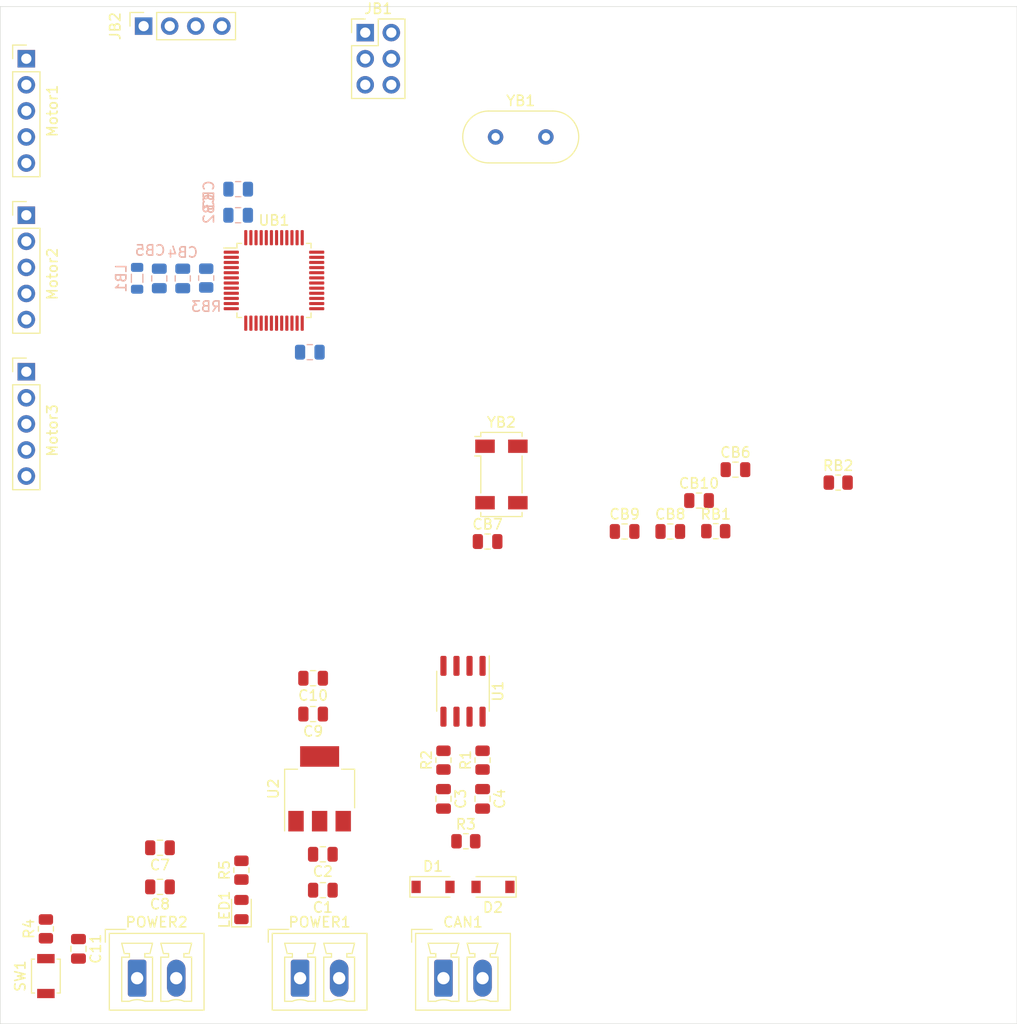
<source format=kicad_pcb>
(kicad_pcb (version 20171130) (host pcbnew 5.1.10)

  (general
    (thickness 1.6)
    (drawings 4)
    (tracks 0)
    (zones 0)
    (modules 45)
    (nets 64)
  )

  (page A4)
  (layers
    (0 F.Cu signal)
    (31 B.Cu signal)
    (32 B.Adhes user)
    (33 F.Adhes user)
    (34 B.Paste user)
    (35 F.Paste user)
    (36 B.SilkS user)
    (37 F.SilkS user)
    (38 B.Mask user)
    (39 F.Mask user)
    (40 Dwgs.User user)
    (41 Cmts.User user)
    (42 Eco1.User user)
    (43 Eco2.User user)
    (44 Edge.Cuts user)
    (45 Margin user)
    (46 B.CrtYd user)
    (47 F.CrtYd user)
    (48 B.Fab user)
    (49 F.Fab user)
  )

  (setup
    (last_trace_width 0.25)
    (trace_clearance 0.2)
    (zone_clearance 0.508)
    (zone_45_only no)
    (trace_min 0.2)
    (via_size 0.8)
    (via_drill 0.4)
    (via_min_size 0.4)
    (via_min_drill 0.3)
    (uvia_size 0.3)
    (uvia_drill 0.1)
    (uvias_allowed no)
    (uvia_min_size 0.2)
    (uvia_min_drill 0.1)
    (edge_width 0.05)
    (segment_width 0.2)
    (pcb_text_width 0.3)
    (pcb_text_size 1.5 1.5)
    (mod_edge_width 0.12)
    (mod_text_size 1 1)
    (mod_text_width 0.15)
    (pad_size 1.524 1.524)
    (pad_drill 0.762)
    (pad_to_mask_clearance 0)
    (aux_axis_origin 0 0)
    (visible_elements FFFFF77F)
    (pcbplotparams
      (layerselection 0x010fc_ffffffff)
      (usegerberextensions false)
      (usegerberattributes true)
      (usegerberadvancedattributes true)
      (creategerberjobfile true)
      (excludeedgelayer true)
      (linewidth 0.100000)
      (plotframeref false)
      (viasonmask false)
      (mode 1)
      (useauxorigin false)
      (hpglpennumber 1)
      (hpglpenspeed 20)
      (hpglpendiameter 15.000000)
      (psnegative false)
      (psa4output false)
      (plotreference true)
      (plotvalue true)
      (plotinvisibletext false)
      (padsonsilk false)
      (subtractmaskfromsilk false)
      (outputformat 1)
      (mirror false)
      (drillshape 1)
      (scaleselection 1)
      (outputdirectory ""))
  )

  (net 0 "")
  (net 1 GND)
  (net 2 +5V)
  (net 3 +3.3V)
  (net 4 "Net-(LED1-Pad2)")
  (net 5 /CANL)
  (net 6 GNDA)
  (net 7 +VDC)
  (net 8 RESET)
  (net 9 +3.3VA)
  (net 10 /CANH)
  (net 11 /sheet61233186/RCC_OSC_IN)
  (net 12 /sheet61233186/RCC_OSC_OUT)
  (net 13 /sheet61233186/RCC_OSC32_IN)
  (net 14 "Net-(CB10-Pad1)")
  (net 15 /sheet61233186/RCC_OSC32_OUT)
  (net 16 "Net-(JB1-Pad4)")
  (net 17 "Net-(JB1-Pad3)")
  (net 18 /sheet61233186/SYS_JTMS-SWDIO)
  (net 19 /sheet61233186/SYS_JTCK-SWCL)
  (net 20 /sheet61233186/TIM1_CH1)
  (net 21 /sheet61233186/TIM1_CH2)
  (net 22 /sheet61233186/TIM1_CH3)
  (net 23 /sheet61233186/TIM1_CH4)
  (net 24 /sheet61233186/TIM2_CH1)
  (net 25 /sheet61233186/TIM2_CH2)
  (net 26 /sheet61233186/TIM2_CH3)
  (net 27 /sheet61233186/TIM2_CH4)
  (net 28 /sheet61233186/TIM3_CH1)
  (net 29 /sheet61233186/TIM3_CH2)
  (net 30 /sheet61233186/TIM3_CH3)
  (net 31 /sheet61233186/TIM3_CH4)
  (net 32 "Net-(R1-Pad2)")
  (net 33 "Net-(R2-Pad2)")
  (net 34 /sheet61233186/BOOT0)
  (net 35 /sheet61233186/BOOT1)
  (net 36 "Net-(U1-Pad5)")
  (net 37 CAN_RX)
  (net 38 CAN_TX)
  (net 39 /sheet61233186/F031_TX)
  (net 40 /sheet61233186/F031_RX)
  (net 41 "Net-(UB1-Pad46)")
  (net 42 "Net-(UB1-Pad45)")
  (net 43 "Net-(UB1-Pad43)")
  (net 44 "Net-(UB1-Pad42)")
  (net 45 "Net-(UB1-Pad39)")
  (net 46 "Net-(UB1-Pad36)")
  (net 47 "Net-(UB1-Pad35)")
  (net 48 "Net-(UB1-Pad33)")
  (net 49 "Net-(UB1-Pad28)")
  (net 50 "Net-(UB1-Pad27)")
  (net 51 "Net-(UB1-Pad26)")
  (net 52 "Net-(UB1-Pad25)")
  (net 53 "Net-(UB1-Pad22)")
  (net 54 "Net-(UB1-Pad17)")
  (net 55 "Net-(UB1-Pad16)")
  (net 56 "Net-(UB1-Pad14)")
  (net 57 "Net-(UB1-Pad10)")
  (net 58 "Net-(UB1-Pad2)")
  (net 59 "Net-(UB1-Pad1)")
  (net 60 "Net-(YB2-Pad3)")
  (net 61 "Net-(YB2-Pad2)")
  (net 62 "Net-(CB6-Pad1)")
  (net 63 "Net-(CB8-Pad2)")

  (net_class Default "This is the default net class."
    (clearance 0.2)
    (trace_width 0.25)
    (via_dia 0.8)
    (via_drill 0.4)
    (uvia_dia 0.3)
    (uvia_drill 0.1)
    (add_net +3.3V)
    (add_net +3.3VA)
    (add_net +5V)
    (add_net +VDC)
    (add_net /CANH)
    (add_net /CANL)
    (add_net /sheet61233186/BOOT0)
    (add_net /sheet61233186/BOOT1)
    (add_net /sheet61233186/F031_RX)
    (add_net /sheet61233186/F031_TX)
    (add_net /sheet61233186/RCC_OSC32_IN)
    (add_net /sheet61233186/RCC_OSC32_OUT)
    (add_net /sheet61233186/RCC_OSC_IN)
    (add_net /sheet61233186/RCC_OSC_OUT)
    (add_net /sheet61233186/SYS_JTCK-SWCL)
    (add_net /sheet61233186/SYS_JTMS-SWDIO)
    (add_net /sheet61233186/TIM1_CH1)
    (add_net /sheet61233186/TIM1_CH2)
    (add_net /sheet61233186/TIM1_CH3)
    (add_net /sheet61233186/TIM1_CH4)
    (add_net /sheet61233186/TIM2_CH1)
    (add_net /sheet61233186/TIM2_CH2)
    (add_net /sheet61233186/TIM2_CH3)
    (add_net /sheet61233186/TIM2_CH4)
    (add_net /sheet61233186/TIM3_CH1)
    (add_net /sheet61233186/TIM3_CH2)
    (add_net /sheet61233186/TIM3_CH3)
    (add_net /sheet61233186/TIM3_CH4)
    (add_net CAN_RX)
    (add_net CAN_TX)
    (add_net GND)
    (add_net GNDA)
    (add_net "Net-(CB10-Pad1)")
    (add_net "Net-(CB6-Pad1)")
    (add_net "Net-(CB8-Pad2)")
    (add_net "Net-(JB1-Pad3)")
    (add_net "Net-(JB1-Pad4)")
    (add_net "Net-(LED1-Pad2)")
    (add_net "Net-(R1-Pad2)")
    (add_net "Net-(R2-Pad2)")
    (add_net "Net-(U1-Pad5)")
    (add_net "Net-(UB1-Pad1)")
    (add_net "Net-(UB1-Pad10)")
    (add_net "Net-(UB1-Pad14)")
    (add_net "Net-(UB1-Pad16)")
    (add_net "Net-(UB1-Pad17)")
    (add_net "Net-(UB1-Pad2)")
    (add_net "Net-(UB1-Pad22)")
    (add_net "Net-(UB1-Pad25)")
    (add_net "Net-(UB1-Pad26)")
    (add_net "Net-(UB1-Pad27)")
    (add_net "Net-(UB1-Pad28)")
    (add_net "Net-(UB1-Pad33)")
    (add_net "Net-(UB1-Pad35)")
    (add_net "Net-(UB1-Pad36)")
    (add_net "Net-(UB1-Pad39)")
    (add_net "Net-(UB1-Pad42)")
    (add_net "Net-(UB1-Pad43)")
    (add_net "Net-(UB1-Pad45)")
    (add_net "Net-(UB1-Pad46)")
    (add_net "Net-(YB2-Pad2)")
    (add_net "Net-(YB2-Pad3)")
    (add_net RESET)
  )

  (module Capacitor_SMD:C_0805_2012Metric (layer B.Cu) (tedit 5F68FEEE) (tstamp 6121657F)
    (at 106.36 71.755 180)
    (descr "Capacitor SMD 0805 (2012 Metric), square (rectangular) end terminal, IPC_7351 nominal, (Body size source: IPC-SM-782 page 76, https://www.pcb-3d.com/wordpress/wp-content/uploads/ipc-sm-782a_amendment_1_and_2.pdf, https://docs.google.com/spreadsheets/d/1BsfQQcO9C6DZCsRaXUlFlo91Tg2WpOkGARC1WS5S8t0/edit?usp=sharing), generated with kicad-footprint-generator")
    (tags capacitor)
    (path /61233186/612E8AD8)
    (attr smd)
    (fp_text reference CB1 (at 0 1.68) (layer B.SilkS) hide
      (effects (font (size 1 1) (thickness 0.15)) (justify mirror))
    )
    (fp_text value 0.1uF (at 0 -1.68) (layer B.Fab) hide
      (effects (font (size 1 1) (thickness 0.15)) (justify mirror))
    )
    (fp_line (start 1.7 -0.98) (end -1.7 -0.98) (layer B.CrtYd) (width 0.05))
    (fp_line (start 1.7 0.98) (end 1.7 -0.98) (layer B.CrtYd) (width 0.05))
    (fp_line (start -1.7 0.98) (end 1.7 0.98) (layer B.CrtYd) (width 0.05))
    (fp_line (start -1.7 -0.98) (end -1.7 0.98) (layer B.CrtYd) (width 0.05))
    (fp_line (start -0.261252 -0.735) (end 0.261252 -0.735) (layer B.SilkS) (width 0.12))
    (fp_line (start -0.261252 0.735) (end 0.261252 0.735) (layer B.SilkS) (width 0.12))
    (fp_line (start 1 -0.625) (end -1 -0.625) (layer B.Fab) (width 0.1))
    (fp_line (start 1 0.625) (end 1 -0.625) (layer B.Fab) (width 0.1))
    (fp_line (start -1 0.625) (end 1 0.625) (layer B.Fab) (width 0.1))
    (fp_line (start -1 -0.625) (end -1 0.625) (layer B.Fab) (width 0.1))
    (fp_text user %R (at 0 0) (layer B.Fab)
      (effects (font (size 0.5 0.5) (thickness 0.08)) (justify mirror))
    )
    (pad 2 smd roundrect (at 0.95 0 180) (size 1 1.45) (layers B.Cu B.Paste B.Mask) (roundrect_rratio 0.25)
      (net 1 GND))
    (pad 1 smd roundrect (at -0.95 0 180) (size 1 1.45) (layers B.Cu B.Paste B.Mask) (roundrect_rratio 0.25)
      (net 3 +3.3V))
    (model ${KISYS3DMOD}/Capacitor_SMD.3dshapes/C_0805_2012Metric.wrl
      (at (xyz 0 0 0))
      (scale (xyz 1 1 1))
      (rotate (xyz 0 0 0))
    )
  )

  (module Crystal:Crystal_SMD_Abracon_ABS25-4Pin_8.0x3.8mm (layer F.Cu) (tedit 5C44C7B6) (tstamp 612118D3)
    (at 125.03 83.665)
    (descr "Abracon Miniature Ceramic SMD Crystal ABS25 https://abracon.com/Resonators/abs25.pdf, 8.0x3.8mm^2 package")
    (tags "SMD SMT crystal")
    (path /61233186/611DE5D3)
    (attr smd)
    (fp_text reference YB2 (at 0 -5.08) (layer F.SilkS)
      (effects (font (size 1 1) (thickness 0.15)))
    )
    (fp_text value 32768HZ (at 0 5.08) (layer F.Fab)
      (effects (font (size 1 1) (thickness 0.15)))
    )
    (fp_line (start -2.01 4.1) (end -2.01 3.7) (layer F.SilkS) (width 0.12))
    (fp_line (start 2.01 4.1) (end 2.01 3.7) (layer F.SilkS) (width 0.12))
    (fp_line (start 2.01 -4.1) (end 2.01 -3.7) (layer F.SilkS) (width 0.12))
    (fp_line (start -2.01 -1.8) (end -2.6 -1.8) (layer F.SilkS) (width 0.12))
    (fp_line (start -2.6 -3.7) (end -2.01 -3.7) (layer F.SilkS) (width 0.12))
    (fp_line (start 3.05 4.5) (end 3.05 -4.5) (layer F.CrtYd) (width 0.05))
    (fp_line (start -3.05 4.5) (end 3.05 4.5) (layer F.CrtYd) (width 0.05))
    (fp_line (start -3.05 -4.5) (end -3.05 4.5) (layer F.CrtYd) (width 0.05))
    (fp_line (start 3.05 -4.5) (end -3.05 -4.5) (layer F.CrtYd) (width 0.05))
    (fp_line (start 2.01 4.1) (end -2.01 4.1) (layer F.SilkS) (width 0.12))
    (fp_line (start -2.01 -4.1) (end -2.01 -3.7) (layer F.SilkS) (width 0.12))
    (fp_line (start 2.01 -4.1) (end -2.01 -4.1) (layer F.SilkS) (width 0.12))
    (fp_line (start -2.01 -1.8) (end -2.01 1.8) (layer F.SilkS) (width 0.12))
    (fp_line (start 2.01 -1.8) (end 2.01 1.8) (layer F.SilkS) (width 0.12))
    (fp_line (start -1.2 -4) (end 1.9 -4) (layer F.Fab) (width 0.1))
    (fp_line (start -1.9 -3.3) (end -1.2 -4) (layer F.Fab) (width 0.1))
    (fp_line (start -1.9 4) (end -1.9 -3.3) (layer F.Fab) (width 0.1))
    (fp_line (start 1.9 4) (end -1.9 4) (layer F.Fab) (width 0.1))
    (fp_line (start 1.9 -4) (end 1.9 4) (layer F.Fab) (width 0.1))
    (fp_text user %R (at 0 0) (layer F.Fab)
      (effects (font (size 1 1) (thickness 0.15)))
    )
    (pad 4 smd rect (at 1.6 -2.75 270) (size 1.3 1.9) (layers F.Cu F.Paste F.Mask)
      (net 15 /sheet61233186/RCC_OSC32_OUT))
    (pad 3 smd rect (at 1.6 2.75 270) (size 1.3 1.9) (layers F.Cu F.Paste F.Mask)
      (net 60 "Net-(YB2-Pad3)"))
    (pad 2 smd rect (at -1.6 2.75 270) (size 1.3 1.9) (layers F.Cu F.Paste F.Mask)
      (net 61 "Net-(YB2-Pad2)"))
    (pad 1 smd rect (at -1.6 -2.75 270) (size 1.3 1.9) (layers F.Cu F.Paste F.Mask)
      (net 13 /sheet61233186/RCC_OSC32_IN))
    (model ${KISYS3DMOD}/Crystal.3dshapes/Crystal_SMD_Abracon_ABS25-4Pin_8.0x3.8mm.wrl
      (at (xyz 0 0 0))
      (scale (xyz 1 1 1))
      (rotate (xyz 0 0 0))
    )
  )

  (module Crystal:Crystal_HC18-U_Vertical (layer F.Cu) (tedit 5A1AD3B7) (tstamp 612118B7)
    (at 124.46 50.8)
    (descr "Crystal THT HC-18/U, http://5hertz.com/pdfs/04404_D.pdf")
    (tags "THT crystalHC-18/U")
    (path /61233186/61262268)
    (fp_text reference YB1 (at 2.45 -3.525) (layer F.SilkS)
      (effects (font (size 1 1) (thickness 0.15)))
    )
    (fp_text value 8MHZ (at 2.45 3.525) (layer F.Fab) hide
      (effects (font (size 1 1) (thickness 0.15)))
    )
    (fp_line (start 8.4 -2.8) (end -3.5 -2.8) (layer F.CrtYd) (width 0.05))
    (fp_line (start 8.4 2.8) (end 8.4 -2.8) (layer F.CrtYd) (width 0.05))
    (fp_line (start -3.5 2.8) (end 8.4 2.8) (layer F.CrtYd) (width 0.05))
    (fp_line (start -3.5 -2.8) (end -3.5 2.8) (layer F.CrtYd) (width 0.05))
    (fp_line (start -0.675 2.525) (end 5.575 2.525) (layer F.SilkS) (width 0.12))
    (fp_line (start -0.675 -2.525) (end 5.575 -2.525) (layer F.SilkS) (width 0.12))
    (fp_line (start -0.55 2) (end 5.45 2) (layer F.Fab) (width 0.1))
    (fp_line (start -0.55 -2) (end 5.45 -2) (layer F.Fab) (width 0.1))
    (fp_line (start -0.675 2.325) (end 5.575 2.325) (layer F.Fab) (width 0.1))
    (fp_line (start -0.675 -2.325) (end 5.575 -2.325) (layer F.Fab) (width 0.1))
    (fp_arc (start 5.575 0) (end 5.575 -2.525) (angle 180) (layer F.SilkS) (width 0.12))
    (fp_arc (start -0.675 0) (end -0.675 -2.525) (angle -180) (layer F.SilkS) (width 0.12))
    (fp_arc (start 5.45 0) (end 5.45 -2) (angle 180) (layer F.Fab) (width 0.1))
    (fp_arc (start -0.55 0) (end -0.55 -2) (angle -180) (layer F.Fab) (width 0.1))
    (fp_arc (start 5.575 0) (end 5.575 -2.325) (angle 180) (layer F.Fab) (width 0.1))
    (fp_arc (start -0.675 0) (end -0.675 -2.325) (angle -180) (layer F.Fab) (width 0.1))
    (fp_text user %R (at 2.45 0) (layer F.Fab) hide
      (effects (font (size 1 1) (thickness 0.15)))
    )
    (pad 2 thru_hole circle (at 4.9 0) (size 1.5 1.5) (drill 0.8) (layers *.Cu *.Mask)
      (net 12 /sheet61233186/RCC_OSC_OUT))
    (pad 1 thru_hole circle (at 0 0) (size 1.5 1.5) (drill 0.8) (layers *.Cu *.Mask)
      (net 11 /sheet61233186/RCC_OSC_IN))
    (model ${KISYS3DMOD}/Crystal.3dshapes/Crystal_HC18-U_Vertical.wrl
      (at (xyz 0 0 0))
      (scale (xyz 1 1 1))
      (rotate (xyz 0 0 0))
    )
  )

  (module Package_QFP:LQFP-48_7x7mm_P0.5mm (layer F.Cu) (tedit 5D9F72AF) (tstamp 6121186D)
    (at 102.87 64.77)
    (descr "LQFP, 48 Pin (https://www.analog.com/media/en/technical-documentation/data-sheets/ltc2358-16.pdf), generated with kicad-footprint-generator ipc_gullwing_generator.py")
    (tags "LQFP QFP")
    (path /61233186/612773A3)
    (attr smd)
    (fp_text reference UB1 (at 0 -5.85) (layer F.SilkS)
      (effects (font (size 1 1) (thickness 0.15)))
    )
    (fp_text value STM32F031C6Tx (at 0 5.85) (layer F.Fab) hide
      (effects (font (size 1 1) (thickness 0.15)))
    )
    (fp_line (start 5.15 3.15) (end 5.15 0) (layer F.CrtYd) (width 0.05))
    (fp_line (start 3.75 3.15) (end 5.15 3.15) (layer F.CrtYd) (width 0.05))
    (fp_line (start 3.75 3.75) (end 3.75 3.15) (layer F.CrtYd) (width 0.05))
    (fp_line (start 3.15 3.75) (end 3.75 3.75) (layer F.CrtYd) (width 0.05))
    (fp_line (start 3.15 5.15) (end 3.15 3.75) (layer F.CrtYd) (width 0.05))
    (fp_line (start 0 5.15) (end 3.15 5.15) (layer F.CrtYd) (width 0.05))
    (fp_line (start -5.15 3.15) (end -5.15 0) (layer F.CrtYd) (width 0.05))
    (fp_line (start -3.75 3.15) (end -5.15 3.15) (layer F.CrtYd) (width 0.05))
    (fp_line (start -3.75 3.75) (end -3.75 3.15) (layer F.CrtYd) (width 0.05))
    (fp_line (start -3.15 3.75) (end -3.75 3.75) (layer F.CrtYd) (width 0.05))
    (fp_line (start -3.15 5.15) (end -3.15 3.75) (layer F.CrtYd) (width 0.05))
    (fp_line (start 0 5.15) (end -3.15 5.15) (layer F.CrtYd) (width 0.05))
    (fp_line (start 5.15 -3.15) (end 5.15 0) (layer F.CrtYd) (width 0.05))
    (fp_line (start 3.75 -3.15) (end 5.15 -3.15) (layer F.CrtYd) (width 0.05))
    (fp_line (start 3.75 -3.75) (end 3.75 -3.15) (layer F.CrtYd) (width 0.05))
    (fp_line (start 3.15 -3.75) (end 3.75 -3.75) (layer F.CrtYd) (width 0.05))
    (fp_line (start 3.15 -5.15) (end 3.15 -3.75) (layer F.CrtYd) (width 0.05))
    (fp_line (start 0 -5.15) (end 3.15 -5.15) (layer F.CrtYd) (width 0.05))
    (fp_line (start -5.15 -3.15) (end -5.15 0) (layer F.CrtYd) (width 0.05))
    (fp_line (start -3.75 -3.15) (end -5.15 -3.15) (layer F.CrtYd) (width 0.05))
    (fp_line (start -3.75 -3.75) (end -3.75 -3.15) (layer F.CrtYd) (width 0.05))
    (fp_line (start -3.15 -3.75) (end -3.75 -3.75) (layer F.CrtYd) (width 0.05))
    (fp_line (start -3.15 -5.15) (end -3.15 -3.75) (layer F.CrtYd) (width 0.05))
    (fp_line (start 0 -5.15) (end -3.15 -5.15) (layer F.CrtYd) (width 0.05))
    (fp_line (start -3.5 -2.5) (end -2.5 -3.5) (layer F.Fab) (width 0.1))
    (fp_line (start -3.5 3.5) (end -3.5 -2.5) (layer F.Fab) (width 0.1))
    (fp_line (start 3.5 3.5) (end -3.5 3.5) (layer F.Fab) (width 0.1))
    (fp_line (start 3.5 -3.5) (end 3.5 3.5) (layer F.Fab) (width 0.1))
    (fp_line (start -2.5 -3.5) (end 3.5 -3.5) (layer F.Fab) (width 0.1))
    (fp_line (start -3.61 -3.16) (end -4.9 -3.16) (layer F.SilkS) (width 0.12))
    (fp_line (start -3.61 -3.61) (end -3.61 -3.16) (layer F.SilkS) (width 0.12))
    (fp_line (start -3.16 -3.61) (end -3.61 -3.61) (layer F.SilkS) (width 0.12))
    (fp_line (start 3.61 -3.61) (end 3.61 -3.16) (layer F.SilkS) (width 0.12))
    (fp_line (start 3.16 -3.61) (end 3.61 -3.61) (layer F.SilkS) (width 0.12))
    (fp_line (start -3.61 3.61) (end -3.61 3.16) (layer F.SilkS) (width 0.12))
    (fp_line (start -3.16 3.61) (end -3.61 3.61) (layer F.SilkS) (width 0.12))
    (fp_line (start 3.61 3.61) (end 3.61 3.16) (layer F.SilkS) (width 0.12))
    (fp_line (start 3.16 3.61) (end 3.61 3.61) (layer F.SilkS) (width 0.12))
    (fp_text user %R (at 0 0) (layer F.Fab) hide
      (effects (font (size 1 1) (thickness 0.15)))
    )
    (pad 48 smd roundrect (at -2.75 -4.1625) (size 0.3 1.475) (layers F.Cu F.Paste F.Mask) (roundrect_rratio 0.25)
      (net 3 +3.3V))
    (pad 47 smd roundrect (at -2.25 -4.1625) (size 0.3 1.475) (layers F.Cu F.Paste F.Mask) (roundrect_rratio 0.25)
      (net 1 GND))
    (pad 46 smd roundrect (at -1.75 -4.1625) (size 0.3 1.475) (layers F.Cu F.Paste F.Mask) (roundrect_rratio 0.25)
      (net 41 "Net-(UB1-Pad46)"))
    (pad 45 smd roundrect (at -1.25 -4.1625) (size 0.3 1.475) (layers F.Cu F.Paste F.Mask) (roundrect_rratio 0.25)
      (net 42 "Net-(UB1-Pad45)"))
    (pad 44 smd roundrect (at -0.75 -4.1625) (size 0.3 1.475) (layers F.Cu F.Paste F.Mask) (roundrect_rratio 0.25)
      (net 34 /sheet61233186/BOOT0))
    (pad 43 smd roundrect (at -0.25 -4.1625) (size 0.3 1.475) (layers F.Cu F.Paste F.Mask) (roundrect_rratio 0.25)
      (net 43 "Net-(UB1-Pad43)"))
    (pad 42 smd roundrect (at 0.25 -4.1625) (size 0.3 1.475) (layers F.Cu F.Paste F.Mask) (roundrect_rratio 0.25)
      (net 44 "Net-(UB1-Pad42)"))
    (pad 41 smd roundrect (at 0.75 -4.1625) (size 0.3 1.475) (layers F.Cu F.Paste F.Mask) (roundrect_rratio 0.25)
      (net 29 /sheet61233186/TIM3_CH2))
    (pad 40 smd roundrect (at 1.25 -4.1625) (size 0.3 1.475) (layers F.Cu F.Paste F.Mask) (roundrect_rratio 0.25)
      (net 28 /sheet61233186/TIM3_CH1))
    (pad 39 smd roundrect (at 1.75 -4.1625) (size 0.3 1.475) (layers F.Cu F.Paste F.Mask) (roundrect_rratio 0.25)
      (net 45 "Net-(UB1-Pad39)"))
    (pad 38 smd roundrect (at 2.25 -4.1625) (size 0.3 1.475) (layers F.Cu F.Paste F.Mask) (roundrect_rratio 0.25)
      (net 40 /sheet61233186/F031_RX))
    (pad 37 smd roundrect (at 2.75 -4.1625) (size 0.3 1.475) (layers F.Cu F.Paste F.Mask) (roundrect_rratio 0.25)
      (net 19 /sheet61233186/SYS_JTCK-SWCL))
    (pad 36 smd roundrect (at 4.1625 -2.75) (size 1.475 0.3) (layers F.Cu F.Paste F.Mask) (roundrect_rratio 0.25)
      (net 46 "Net-(UB1-Pad36)"))
    (pad 35 smd roundrect (at 4.1625 -2.25) (size 1.475 0.3) (layers F.Cu F.Paste F.Mask) (roundrect_rratio 0.25)
      (net 47 "Net-(UB1-Pad35)"))
    (pad 34 smd roundrect (at 4.1625 -1.75) (size 1.475 0.3) (layers F.Cu F.Paste F.Mask) (roundrect_rratio 0.25)
      (net 18 /sheet61233186/SYS_JTMS-SWDIO))
    (pad 33 smd roundrect (at 4.1625 -1.25) (size 1.475 0.3) (layers F.Cu F.Paste F.Mask) (roundrect_rratio 0.25)
      (net 48 "Net-(UB1-Pad33)"))
    (pad 32 smd roundrect (at 4.1625 -0.75) (size 1.475 0.3) (layers F.Cu F.Paste F.Mask) (roundrect_rratio 0.25)
      (net 23 /sheet61233186/TIM1_CH4))
    (pad 31 smd roundrect (at 4.1625 -0.25) (size 1.475 0.3) (layers F.Cu F.Paste F.Mask) (roundrect_rratio 0.25)
      (net 22 /sheet61233186/TIM1_CH3))
    (pad 30 smd roundrect (at 4.1625 0.25) (size 1.475 0.3) (layers F.Cu F.Paste F.Mask) (roundrect_rratio 0.25)
      (net 21 /sheet61233186/TIM1_CH2))
    (pad 29 smd roundrect (at 4.1625 0.75) (size 1.475 0.3) (layers F.Cu F.Paste F.Mask) (roundrect_rratio 0.25)
      (net 20 /sheet61233186/TIM1_CH1))
    (pad 28 smd roundrect (at 4.1625 1.25) (size 1.475 0.3) (layers F.Cu F.Paste F.Mask) (roundrect_rratio 0.25)
      (net 49 "Net-(UB1-Pad28)"))
    (pad 27 smd roundrect (at 4.1625 1.75) (size 1.475 0.3) (layers F.Cu F.Paste F.Mask) (roundrect_rratio 0.25)
      (net 50 "Net-(UB1-Pad27)"))
    (pad 26 smd roundrect (at 4.1625 2.25) (size 1.475 0.3) (layers F.Cu F.Paste F.Mask) (roundrect_rratio 0.25)
      (net 51 "Net-(UB1-Pad26)"))
    (pad 25 smd roundrect (at 4.1625 2.75) (size 1.475 0.3) (layers F.Cu F.Paste F.Mask) (roundrect_rratio 0.25)
      (net 52 "Net-(UB1-Pad25)"))
    (pad 24 smd roundrect (at 2.75 4.1625) (size 0.3 1.475) (layers F.Cu F.Paste F.Mask) (roundrect_rratio 0.25)
      (net 3 +3.3V))
    (pad 23 smd roundrect (at 2.25 4.1625) (size 0.3 1.475) (layers F.Cu F.Paste F.Mask) (roundrect_rratio 0.25)
      (net 1 GND))
    (pad 22 smd roundrect (at 1.75 4.1625) (size 0.3 1.475) (layers F.Cu F.Paste F.Mask) (roundrect_rratio 0.25)
      (net 53 "Net-(UB1-Pad22)"))
    (pad 21 smd roundrect (at 1.25 4.1625) (size 0.3 1.475) (layers F.Cu F.Paste F.Mask) (roundrect_rratio 0.25)
      (net 26 /sheet61233186/TIM2_CH3))
    (pad 20 smd roundrect (at 0.75 4.1625) (size 0.3 1.475) (layers F.Cu F.Paste F.Mask) (roundrect_rratio 0.25)
      (net 35 /sheet61233186/BOOT1))
    (pad 19 smd roundrect (at 0.25 4.1625) (size 0.3 1.475) (layers F.Cu F.Paste F.Mask) (roundrect_rratio 0.25)
      (net 31 /sheet61233186/TIM3_CH4))
    (pad 18 smd roundrect (at -0.25 4.1625) (size 0.3 1.475) (layers F.Cu F.Paste F.Mask) (roundrect_rratio 0.25)
      (net 30 /sheet61233186/TIM3_CH3))
    (pad 17 smd roundrect (at -0.75 4.1625) (size 0.3 1.475) (layers F.Cu F.Paste F.Mask) (roundrect_rratio 0.25)
      (net 54 "Net-(UB1-Pad17)"))
    (pad 16 smd roundrect (at -1.25 4.1625) (size 0.3 1.475) (layers F.Cu F.Paste F.Mask) (roundrect_rratio 0.25)
      (net 55 "Net-(UB1-Pad16)"))
    (pad 15 smd roundrect (at -1.75 4.1625) (size 0.3 1.475) (layers F.Cu F.Paste F.Mask) (roundrect_rratio 0.25)
      (net 24 /sheet61233186/TIM2_CH1))
    (pad 14 smd roundrect (at -2.25 4.1625) (size 0.3 1.475) (layers F.Cu F.Paste F.Mask) (roundrect_rratio 0.25)
      (net 56 "Net-(UB1-Pad14)"))
    (pad 13 smd roundrect (at -2.75 4.1625) (size 0.3 1.475) (layers F.Cu F.Paste F.Mask) (roundrect_rratio 0.25)
      (net 27 /sheet61233186/TIM2_CH4))
    (pad 12 smd roundrect (at -4.1625 2.75) (size 1.475 0.3) (layers F.Cu F.Paste F.Mask) (roundrect_rratio 0.25)
      (net 39 /sheet61233186/F031_TX))
    (pad 11 smd roundrect (at -4.1625 2.25) (size 1.475 0.3) (layers F.Cu F.Paste F.Mask) (roundrect_rratio 0.25)
      (net 25 /sheet61233186/TIM2_CH2))
    (pad 10 smd roundrect (at -4.1625 1.75) (size 1.475 0.3) (layers F.Cu F.Paste F.Mask) (roundrect_rratio 0.25)
      (net 57 "Net-(UB1-Pad10)"))
    (pad 9 smd roundrect (at -4.1625 1.25) (size 1.475 0.3) (layers F.Cu F.Paste F.Mask) (roundrect_rratio 0.25)
      (net 9 +3.3VA))
    (pad 8 smd roundrect (at -4.1625 0.75) (size 1.475 0.3) (layers F.Cu F.Paste F.Mask) (roundrect_rratio 0.25)
      (net 6 GNDA))
    (pad 7 smd roundrect (at -4.1625 0.25) (size 1.475 0.3) (layers F.Cu F.Paste F.Mask) (roundrect_rratio 0.25)
      (net 8 RESET))
    (pad 6 smd roundrect (at -4.1625 -0.25) (size 1.475 0.3) (layers F.Cu F.Paste F.Mask) (roundrect_rratio 0.25)
      (net 12 /sheet61233186/RCC_OSC_OUT))
    (pad 5 smd roundrect (at -4.1625 -0.75) (size 1.475 0.3) (layers F.Cu F.Paste F.Mask) (roundrect_rratio 0.25)
      (net 11 /sheet61233186/RCC_OSC_IN))
    (pad 4 smd roundrect (at -4.1625 -1.25) (size 1.475 0.3) (layers F.Cu F.Paste F.Mask) (roundrect_rratio 0.25)
      (net 15 /sheet61233186/RCC_OSC32_OUT))
    (pad 3 smd roundrect (at -4.1625 -1.75) (size 1.475 0.3) (layers F.Cu F.Paste F.Mask) (roundrect_rratio 0.25)
      (net 13 /sheet61233186/RCC_OSC32_IN))
    (pad 2 smd roundrect (at -4.1625 -2.25) (size 1.475 0.3) (layers F.Cu F.Paste F.Mask) (roundrect_rratio 0.25)
      (net 58 "Net-(UB1-Pad2)"))
    (pad 1 smd roundrect (at -4.1625 -2.75) (size 1.475 0.3) (layers F.Cu F.Paste F.Mask) (roundrect_rratio 0.25)
      (net 59 "Net-(UB1-Pad1)"))
    (model ${KISYS3DMOD}/Package_QFP.3dshapes/LQFP-48_7x7mm_P0.5mm.wrl
      (at (xyz 0 0 0))
      (scale (xyz 1 1 1))
      (rotate (xyz 0 0 0))
    )
  )

  (module Resistor_SMD:R_0805_2012Metric (layer B.Cu) (tedit 5F68FEEE) (tstamp 612186CA)
    (at 96.266 64.5395 90)
    (descr "Resistor SMD 0805 (2012 Metric), square (rectangular) end terminal, IPC_7351 nominal, (Body size source: IPC-SM-782 page 72, https://www.pcb-3d.com/wordpress/wp-content/uploads/ipc-sm-782a_amendment_1_and_2.pdf), generated with kicad-footprint-generator")
    (tags resistor)
    (path /61233186/61308AA0)
    (attr smd)
    (fp_text reference RB3 (at -2.7705 0 -180) (layer B.SilkS)
      (effects (font (size 1 1) (thickness 0.15)) (justify mirror))
    )
    (fp_text value 0R (at 0 -1.65 -90) (layer B.Fab) hide
      (effects (font (size 1 1) (thickness 0.15)) (justify mirror))
    )
    (fp_line (start 1.68 -0.95) (end -1.68 -0.95) (layer B.CrtYd) (width 0.05))
    (fp_line (start 1.68 0.95) (end 1.68 -0.95) (layer B.CrtYd) (width 0.05))
    (fp_line (start -1.68 0.95) (end 1.68 0.95) (layer B.CrtYd) (width 0.05))
    (fp_line (start -1.68 -0.95) (end -1.68 0.95) (layer B.CrtYd) (width 0.05))
    (fp_line (start -0.227064 -0.735) (end 0.227064 -0.735) (layer B.SilkS) (width 0.12))
    (fp_line (start -0.227064 0.735) (end 0.227064 0.735) (layer B.SilkS) (width 0.12))
    (fp_line (start 1 -0.625) (end -1 -0.625) (layer B.Fab) (width 0.1))
    (fp_line (start 1 0.625) (end 1 -0.625) (layer B.Fab) (width 0.1))
    (fp_line (start -1 0.625) (end 1 0.625) (layer B.Fab) (width 0.1))
    (fp_line (start -1 -0.625) (end -1 0.625) (layer B.Fab) (width 0.1))
    (fp_text user %R (at 0 0 -90) (layer B.Fab)
      (effects (font (size 0.5 0.5) (thickness 0.08)) (justify mirror))
    )
    (pad 2 smd roundrect (at 0.9125 0 90) (size 1.025 1.4) (layers B.Cu B.Paste B.Mask) (roundrect_rratio 0.243902)
      (net 6 GNDA))
    (pad 1 smd roundrect (at -0.9125 0 90) (size 1.025 1.4) (layers B.Cu B.Paste B.Mask) (roundrect_rratio 0.243902)
      (net 1 GND))
    (model ${KISYS3DMOD}/Resistor_SMD.3dshapes/R_0805_2012Metric.wrl
      (at (xyz 0 0 0))
      (scale (xyz 1 1 1))
      (rotate (xyz 0 0 0))
    )
  )

  (module Resistor_SMD:R_0805_2012Metric (layer F.Cu) (tedit 5F68FEEE) (tstamp 61211696)
    (at 157.8375 84.455)
    (descr "Resistor SMD 0805 (2012 Metric), square (rectangular) end terminal, IPC_7351 nominal, (Body size source: IPC-SM-782 page 72, https://www.pcb-3d.com/wordpress/wp-content/uploads/ipc-sm-782a_amendment_1_and_2.pdf), generated with kicad-footprint-generator")
    (tags resistor)
    (path /61233186/61237883)
    (attr smd)
    (fp_text reference RB2 (at 0 -1.65) (layer F.SilkS)
      (effects (font (size 1 1) (thickness 0.15)))
    )
    (fp_text value 100K (at 0 1.65) (layer F.Fab)
      (effects (font (size 1 1) (thickness 0.15)))
    )
    (fp_line (start 1.68 0.95) (end -1.68 0.95) (layer F.CrtYd) (width 0.05))
    (fp_line (start 1.68 -0.95) (end 1.68 0.95) (layer F.CrtYd) (width 0.05))
    (fp_line (start -1.68 -0.95) (end 1.68 -0.95) (layer F.CrtYd) (width 0.05))
    (fp_line (start -1.68 0.95) (end -1.68 -0.95) (layer F.CrtYd) (width 0.05))
    (fp_line (start -0.227064 0.735) (end 0.227064 0.735) (layer F.SilkS) (width 0.12))
    (fp_line (start -0.227064 -0.735) (end 0.227064 -0.735) (layer F.SilkS) (width 0.12))
    (fp_line (start 1 0.625) (end -1 0.625) (layer F.Fab) (width 0.1))
    (fp_line (start 1 -0.625) (end 1 0.625) (layer F.Fab) (width 0.1))
    (fp_line (start -1 -0.625) (end 1 -0.625) (layer F.Fab) (width 0.1))
    (fp_line (start -1 0.625) (end -1 -0.625) (layer F.Fab) (width 0.1))
    (fp_text user %R (at 0 0) (layer F.Fab)
      (effects (font (size 0.5 0.5) (thickness 0.08)))
    )
    (pad 2 smd roundrect (at 0.9125 0) (size 1.025 1.4) (layers F.Cu F.Paste F.Mask) (roundrect_rratio 0.243902)
      (net 16 "Net-(JB1-Pad4)"))
    (pad 1 smd roundrect (at -0.9125 0) (size 1.025 1.4) (layers F.Cu F.Paste F.Mask) (roundrect_rratio 0.243902)
      (net 35 /sheet61233186/BOOT1))
    (model ${KISYS3DMOD}/Resistor_SMD.3dshapes/R_0805_2012Metric.wrl
      (at (xyz 0 0 0))
      (scale (xyz 1 1 1))
      (rotate (xyz 0 0 0))
    )
  )

  (module Resistor_SMD:R_0805_2012Metric (layer F.Cu) (tedit 5F68FEEE) (tstamp 61211685)
    (at 145.91 89.185)
    (descr "Resistor SMD 0805 (2012 Metric), square (rectangular) end terminal, IPC_7351 nominal, (Body size source: IPC-SM-782 page 72, https://www.pcb-3d.com/wordpress/wp-content/uploads/ipc-sm-782a_amendment_1_and_2.pdf), generated with kicad-footprint-generator")
    (tags resistor)
    (path /61233186/612376A7)
    (attr smd)
    (fp_text reference RB1 (at 0 -1.65) (layer F.SilkS)
      (effects (font (size 1 1) (thickness 0.15)))
    )
    (fp_text value 100K (at 0 1.65) (layer F.Fab)
      (effects (font (size 1 1) (thickness 0.15)))
    )
    (fp_line (start 1.68 0.95) (end -1.68 0.95) (layer F.CrtYd) (width 0.05))
    (fp_line (start 1.68 -0.95) (end 1.68 0.95) (layer F.CrtYd) (width 0.05))
    (fp_line (start -1.68 -0.95) (end 1.68 -0.95) (layer F.CrtYd) (width 0.05))
    (fp_line (start -1.68 0.95) (end -1.68 -0.95) (layer F.CrtYd) (width 0.05))
    (fp_line (start -0.227064 0.735) (end 0.227064 0.735) (layer F.SilkS) (width 0.12))
    (fp_line (start -0.227064 -0.735) (end 0.227064 -0.735) (layer F.SilkS) (width 0.12))
    (fp_line (start 1 0.625) (end -1 0.625) (layer F.Fab) (width 0.1))
    (fp_line (start 1 -0.625) (end 1 0.625) (layer F.Fab) (width 0.1))
    (fp_line (start -1 -0.625) (end 1 -0.625) (layer F.Fab) (width 0.1))
    (fp_line (start -1 0.625) (end -1 -0.625) (layer F.Fab) (width 0.1))
    (fp_text user %R (at 0 0) (layer F.Fab)
      (effects (font (size 0.5 0.5) (thickness 0.08)))
    )
    (pad 2 smd roundrect (at 0.9125 0) (size 1.025 1.4) (layers F.Cu F.Paste F.Mask) (roundrect_rratio 0.243902)
      (net 34 /sheet61233186/BOOT0))
    (pad 1 smd roundrect (at -0.9125 0) (size 1.025 1.4) (layers F.Cu F.Paste F.Mask) (roundrect_rratio 0.243902)
      (net 17 "Net-(JB1-Pad3)"))
    (model ${KISYS3DMOD}/Resistor_SMD.3dshapes/R_0805_2012Metric.wrl
      (at (xyz 0 0 0))
      (scale (xyz 1 1 1))
      (rotate (xyz 0 0 0))
    )
  )

  (module Inductor_SMD:L_0805_2012Metric (layer B.Cu) (tedit 5F68FEF0) (tstamp 61211425)
    (at 89.535 64.5625 270)
    (descr "Inductor SMD 0805 (2012 Metric), square (rectangular) end terminal, IPC_7351 nominal, (Body size source: IPC-SM-782 page 80, https://www.pcb-3d.com/wordpress/wp-content/uploads/ipc-sm-782a_amendment_1_and_2.pdf), generated with kicad-footprint-generator")
    (tags inductor)
    (path /61233186/613039E4)
    (attr smd)
    (fp_text reference LB1 (at 0 1.55 270) (layer B.SilkS)
      (effects (font (size 1 1) (thickness 0.15)) (justify mirror))
    )
    (fp_text value 10uH (at 0 -1.55 270) (layer B.Fab) hide
      (effects (font (size 1 1) (thickness 0.15)) (justify mirror))
    )
    (fp_line (start 1.75 -0.85) (end -1.75 -0.85) (layer B.CrtYd) (width 0.05))
    (fp_line (start 1.75 0.85) (end 1.75 -0.85) (layer B.CrtYd) (width 0.05))
    (fp_line (start -1.75 0.85) (end 1.75 0.85) (layer B.CrtYd) (width 0.05))
    (fp_line (start -1.75 -0.85) (end -1.75 0.85) (layer B.CrtYd) (width 0.05))
    (fp_line (start -0.399622 -0.56) (end 0.399622 -0.56) (layer B.SilkS) (width 0.12))
    (fp_line (start -0.399622 0.56) (end 0.399622 0.56) (layer B.SilkS) (width 0.12))
    (fp_line (start 1 -0.45) (end -1 -0.45) (layer B.Fab) (width 0.1))
    (fp_line (start 1 0.45) (end 1 -0.45) (layer B.Fab) (width 0.1))
    (fp_line (start -1 0.45) (end 1 0.45) (layer B.Fab) (width 0.1))
    (fp_line (start -1 -0.45) (end -1 0.45) (layer B.Fab) (width 0.1))
    (fp_text user %R (at 0 0 270) (layer B.Fab) hide
      (effects (font (size 0.5 0.5) (thickness 0.08)) (justify mirror))
    )
    (pad 2 smd roundrect (at 1.0625 0 270) (size 0.875 1.2) (layers B.Cu B.Paste B.Mask) (roundrect_rratio 0.25)
      (net 3 +3.3V))
    (pad 1 smd roundrect (at -1.0625 0 270) (size 0.875 1.2) (layers B.Cu B.Paste B.Mask) (roundrect_rratio 0.25)
      (net 9 +3.3VA))
    (model ${KISYS3DMOD}/Inductor_SMD.3dshapes/L_0805_2012Metric.wrl
      (at (xyz 0 0 0))
      (scale (xyz 1 1 1))
      (rotate (xyz 0 0 0))
    )
  )

  (module Connector_PinSocket_2.54mm:PinSocket_1x04_P2.54mm_Vertical (layer F.Cu) (tedit 5A19A429) (tstamp 61211403)
    (at 90.17 40.005 90)
    (descr "Through hole straight socket strip, 1x04, 2.54mm pitch, single row (from Kicad 4.0.7), script generated")
    (tags "Through hole socket strip THT 1x04 2.54mm single row")
    (path /61233186/6127274F)
    (fp_text reference JB2 (at 0 -2.77 90) (layer F.SilkS)
      (effects (font (size 1 1) (thickness 0.15)))
    )
    (fp_text value Conn_01x04 (at 0 10.39 90) (layer F.Fab) hide
      (effects (font (size 1 1) (thickness 0.15)))
    )
    (fp_line (start -1.8 9.4) (end -1.8 -1.8) (layer F.CrtYd) (width 0.05))
    (fp_line (start 1.75 9.4) (end -1.8 9.4) (layer F.CrtYd) (width 0.05))
    (fp_line (start 1.75 -1.8) (end 1.75 9.4) (layer F.CrtYd) (width 0.05))
    (fp_line (start -1.8 -1.8) (end 1.75 -1.8) (layer F.CrtYd) (width 0.05))
    (fp_line (start 0 -1.33) (end 1.33 -1.33) (layer F.SilkS) (width 0.12))
    (fp_line (start 1.33 -1.33) (end 1.33 0) (layer F.SilkS) (width 0.12))
    (fp_line (start 1.33 1.27) (end 1.33 8.95) (layer F.SilkS) (width 0.12))
    (fp_line (start -1.33 8.95) (end 1.33 8.95) (layer F.SilkS) (width 0.12))
    (fp_line (start -1.33 1.27) (end -1.33 8.95) (layer F.SilkS) (width 0.12))
    (fp_line (start -1.33 1.27) (end 1.33 1.27) (layer F.SilkS) (width 0.12))
    (fp_line (start -1.27 8.89) (end -1.27 -1.27) (layer F.Fab) (width 0.1))
    (fp_line (start 1.27 8.89) (end -1.27 8.89) (layer F.Fab) (width 0.1))
    (fp_line (start 1.27 -0.635) (end 1.27 8.89) (layer F.Fab) (width 0.1))
    (fp_line (start 0.635 -1.27) (end 1.27 -0.635) (layer F.Fab) (width 0.1))
    (fp_line (start -1.27 -1.27) (end 0.635 -1.27) (layer F.Fab) (width 0.1))
    (fp_text user %R (at 0 3.81) (layer F.Fab) hide
      (effects (font (size 1 1) (thickness 0.15)))
    )
    (pad 4 thru_hole oval (at 0 7.62 90) (size 1.7 1.7) (drill 1) (layers *.Cu *.Mask)
      (net 3 +3.3V))
    (pad 3 thru_hole oval (at 0 5.08 90) (size 1.7 1.7) (drill 1) (layers *.Cu *.Mask)
      (net 18 /sheet61233186/SYS_JTMS-SWDIO))
    (pad 2 thru_hole oval (at 0 2.54 90) (size 1.7 1.7) (drill 1) (layers *.Cu *.Mask)
      (net 19 /sheet61233186/SYS_JTCK-SWCL))
    (pad 1 thru_hole rect (at 0 0 90) (size 1.7 1.7) (drill 1) (layers *.Cu *.Mask)
      (net 63 "Net-(CB8-Pad2)"))
    (model ${KISYS3DMOD}/Connector_PinSocket_2.54mm.3dshapes/PinSocket_1x04_P2.54mm_Vertical.wrl
      (at (xyz 0 0 0))
      (scale (xyz 1 1 1))
      (rotate (xyz 0 0 0))
    )
  )

  (module Connector_PinHeader_2.54mm:PinHeader_2x03_P2.54mm_Vertical (layer F.Cu) (tedit 59FED5CC) (tstamp 612113EB)
    (at 111.76 40.64)
    (descr "Through hole straight pin header, 2x03, 2.54mm pitch, double rows")
    (tags "Through hole pin header THT 2x03 2.54mm double row")
    (path /61233186/6121C48B)
    (fp_text reference JB1 (at 1.27 -2.33) (layer F.SilkS)
      (effects (font (size 1 1) (thickness 0.15)))
    )
    (fp_text value Conn_02x03_Odd_Even (at 1.27 7.41) (layer F.Fab) hide
      (effects (font (size 1 1) (thickness 0.15)))
    )
    (fp_line (start 4.35 -1.8) (end -1.8 -1.8) (layer F.CrtYd) (width 0.05))
    (fp_line (start 4.35 6.85) (end 4.35 -1.8) (layer F.CrtYd) (width 0.05))
    (fp_line (start -1.8 6.85) (end 4.35 6.85) (layer F.CrtYd) (width 0.05))
    (fp_line (start -1.8 -1.8) (end -1.8 6.85) (layer F.CrtYd) (width 0.05))
    (fp_line (start -1.33 -1.33) (end 0 -1.33) (layer F.SilkS) (width 0.12))
    (fp_line (start -1.33 0) (end -1.33 -1.33) (layer F.SilkS) (width 0.12))
    (fp_line (start 1.27 -1.33) (end 3.87 -1.33) (layer F.SilkS) (width 0.12))
    (fp_line (start 1.27 1.27) (end 1.27 -1.33) (layer F.SilkS) (width 0.12))
    (fp_line (start -1.33 1.27) (end 1.27 1.27) (layer F.SilkS) (width 0.12))
    (fp_line (start 3.87 -1.33) (end 3.87 6.41) (layer F.SilkS) (width 0.12))
    (fp_line (start -1.33 1.27) (end -1.33 6.41) (layer F.SilkS) (width 0.12))
    (fp_line (start -1.33 6.41) (end 3.87 6.41) (layer F.SilkS) (width 0.12))
    (fp_line (start -1.27 0) (end 0 -1.27) (layer F.Fab) (width 0.1))
    (fp_line (start -1.27 6.35) (end -1.27 0) (layer F.Fab) (width 0.1))
    (fp_line (start 3.81 6.35) (end -1.27 6.35) (layer F.Fab) (width 0.1))
    (fp_line (start 3.81 -1.27) (end 3.81 6.35) (layer F.Fab) (width 0.1))
    (fp_line (start 0 -1.27) (end 3.81 -1.27) (layer F.Fab) (width 0.1))
    (fp_text user %R (at 1.27 2.54 90) (layer F.Fab) hide
      (effects (font (size 1 1) (thickness 0.15)))
    )
    (pad 6 thru_hole oval (at 2.54 5.08) (size 1.7 1.7) (drill 1) (layers *.Cu *.Mask)
      (net 1 GND))
    (pad 5 thru_hole oval (at 0 5.08) (size 1.7 1.7) (drill 1) (layers *.Cu *.Mask)
      (net 1 GND))
    (pad 4 thru_hole oval (at 2.54 2.54) (size 1.7 1.7) (drill 1) (layers *.Cu *.Mask)
      (net 16 "Net-(JB1-Pad4)"))
    (pad 3 thru_hole oval (at 0 2.54) (size 1.7 1.7) (drill 1) (layers *.Cu *.Mask)
      (net 17 "Net-(JB1-Pad3)"))
    (pad 2 thru_hole oval (at 2.54 0) (size 1.7 1.7) (drill 1) (layers *.Cu *.Mask)
      (net 3 +3.3V))
    (pad 1 thru_hole rect (at 0 0) (size 1.7 1.7) (drill 1) (layers *.Cu *.Mask)
      (net 3 +3.3V))
    (model ${KISYS3DMOD}/Connector_PinHeader_2.54mm.3dshapes/PinHeader_2x03_P2.54mm_Vertical.wrl
      (at (xyz 0 0 0))
      (scale (xyz 1 1 1))
      (rotate (xyz 0 0 0))
    )
  )

  (module Capacitor_SMD:C_0805_2012Metric (layer F.Cu) (tedit 5F68FEEE) (tstamp 61211320)
    (at 144.28 86.205)
    (descr "Capacitor SMD 0805 (2012 Metric), square (rectangular) end terminal, IPC_7351 nominal, (Body size source: IPC-SM-782 page 76, https://www.pcb-3d.com/wordpress/wp-content/uploads/ipc-sm-782a_amendment_1_and_2.pdf, https://docs.google.com/spreadsheets/d/1BsfQQcO9C6DZCsRaXUlFlo91Tg2WpOkGARC1WS5S8t0/edit?usp=sharing), generated with kicad-footprint-generator")
    (tags capacitor)
    (path /61233186/611E09D4)
    (attr smd)
    (fp_text reference CB10 (at 0 -1.68) (layer F.SilkS)
      (effects (font (size 1 1) (thickness 0.15)))
    )
    (fp_text value 20pF (at 0 1.68) (layer F.Fab)
      (effects (font (size 1 1) (thickness 0.15)))
    )
    (fp_line (start 1.7 0.98) (end -1.7 0.98) (layer F.CrtYd) (width 0.05))
    (fp_line (start 1.7 -0.98) (end 1.7 0.98) (layer F.CrtYd) (width 0.05))
    (fp_line (start -1.7 -0.98) (end 1.7 -0.98) (layer F.CrtYd) (width 0.05))
    (fp_line (start -1.7 0.98) (end -1.7 -0.98) (layer F.CrtYd) (width 0.05))
    (fp_line (start -0.261252 0.735) (end 0.261252 0.735) (layer F.SilkS) (width 0.12))
    (fp_line (start -0.261252 -0.735) (end 0.261252 -0.735) (layer F.SilkS) (width 0.12))
    (fp_line (start 1 0.625) (end -1 0.625) (layer F.Fab) (width 0.1))
    (fp_line (start 1 -0.625) (end 1 0.625) (layer F.Fab) (width 0.1))
    (fp_line (start -1 -0.625) (end 1 -0.625) (layer F.Fab) (width 0.1))
    (fp_line (start -1 0.625) (end -1 -0.625) (layer F.Fab) (width 0.1))
    (fp_text user %R (at 0 0) (layer F.Fab)
      (effects (font (size 0.5 0.5) (thickness 0.08)))
    )
    (pad 2 smd roundrect (at 0.95 0) (size 1 1.45) (layers F.Cu F.Paste F.Mask) (roundrect_rratio 0.25)
      (net 15 /sheet61233186/RCC_OSC32_OUT))
    (pad 1 smd roundrect (at -0.95 0) (size 1 1.45) (layers F.Cu F.Paste F.Mask) (roundrect_rratio 0.25)
      (net 14 "Net-(CB10-Pad1)"))
    (model ${KISYS3DMOD}/Capacitor_SMD.3dshapes/C_0805_2012Metric.wrl
      (at (xyz 0 0 0))
      (scale (xyz 1 1 1))
      (rotate (xyz 0 0 0))
    )
  )

  (module Capacitor_SMD:C_0805_2012Metric (layer F.Cu) (tedit 5F68FEEE) (tstamp 6121130F)
    (at 137.03 89.215)
    (descr "Capacitor SMD 0805 (2012 Metric), square (rectangular) end terminal, IPC_7351 nominal, (Body size source: IPC-SM-782 page 76, https://www.pcb-3d.com/wordpress/wp-content/uploads/ipc-sm-782a_amendment_1_and_2.pdf, https://docs.google.com/spreadsheets/d/1BsfQQcO9C6DZCsRaXUlFlo91Tg2WpOkGARC1WS5S8t0/edit?usp=sharing), generated with kicad-footprint-generator")
    (tags capacitor)
    (path /61233186/611E09CA)
    (attr smd)
    (fp_text reference CB9 (at 0 -1.68) (layer F.SilkS)
      (effects (font (size 1 1) (thickness 0.15)))
    )
    (fp_text value 20pF (at 0 1.68) (layer F.Fab)
      (effects (font (size 1 1) (thickness 0.15)))
    )
    (fp_line (start 1.7 0.98) (end -1.7 0.98) (layer F.CrtYd) (width 0.05))
    (fp_line (start 1.7 -0.98) (end 1.7 0.98) (layer F.CrtYd) (width 0.05))
    (fp_line (start -1.7 -0.98) (end 1.7 -0.98) (layer F.CrtYd) (width 0.05))
    (fp_line (start -1.7 0.98) (end -1.7 -0.98) (layer F.CrtYd) (width 0.05))
    (fp_line (start -0.261252 0.735) (end 0.261252 0.735) (layer F.SilkS) (width 0.12))
    (fp_line (start -0.261252 -0.735) (end 0.261252 -0.735) (layer F.SilkS) (width 0.12))
    (fp_line (start 1 0.625) (end -1 0.625) (layer F.Fab) (width 0.1))
    (fp_line (start 1 -0.625) (end 1 0.625) (layer F.Fab) (width 0.1))
    (fp_line (start -1 -0.625) (end 1 -0.625) (layer F.Fab) (width 0.1))
    (fp_line (start -1 0.625) (end -1 -0.625) (layer F.Fab) (width 0.1))
    (fp_text user %R (at 0 0) (layer F.Fab)
      (effects (font (size 0.5 0.5) (thickness 0.08)))
    )
    (pad 2 smd roundrect (at 0.95 0) (size 1 1.45) (layers F.Cu F.Paste F.Mask) (roundrect_rratio 0.25)
      (net 13 /sheet61233186/RCC_OSC32_IN))
    (pad 1 smd roundrect (at -0.95 0) (size 1 1.45) (layers F.Cu F.Paste F.Mask) (roundrect_rratio 0.25)
      (net 14 "Net-(CB10-Pad1)"))
    (model ${KISYS3DMOD}/Capacitor_SMD.3dshapes/C_0805_2012Metric.wrl
      (at (xyz 0 0 0))
      (scale (xyz 1 1 1))
      (rotate (xyz 0 0 0))
    )
  )

  (module Capacitor_SMD:C_0805_2012Metric (layer F.Cu) (tedit 5F68FEEE) (tstamp 612112FE)
    (at 141.48 89.215)
    (descr "Capacitor SMD 0805 (2012 Metric), square (rectangular) end terminal, IPC_7351 nominal, (Body size source: IPC-SM-782 page 76, https://www.pcb-3d.com/wordpress/wp-content/uploads/ipc-sm-782a_amendment_1_and_2.pdf, https://docs.google.com/spreadsheets/d/1BsfQQcO9C6DZCsRaXUlFlo91Tg2WpOkGARC1WS5S8t0/edit?usp=sharing), generated with kicad-footprint-generator")
    (tags capacitor)
    (path /61233186/6127275B)
    (attr smd)
    (fp_text reference CB8 (at 0 -1.68) (layer F.SilkS)
      (effects (font (size 1 1) (thickness 0.15)))
    )
    (fp_text value 0.1uF (at 0 1.68) (layer F.Fab)
      (effects (font (size 1 1) (thickness 0.15)))
    )
    (fp_line (start 1.7 0.98) (end -1.7 0.98) (layer F.CrtYd) (width 0.05))
    (fp_line (start 1.7 -0.98) (end 1.7 0.98) (layer F.CrtYd) (width 0.05))
    (fp_line (start -1.7 -0.98) (end 1.7 -0.98) (layer F.CrtYd) (width 0.05))
    (fp_line (start -1.7 0.98) (end -1.7 -0.98) (layer F.CrtYd) (width 0.05))
    (fp_line (start -0.261252 0.735) (end 0.261252 0.735) (layer F.SilkS) (width 0.12))
    (fp_line (start -0.261252 -0.735) (end 0.261252 -0.735) (layer F.SilkS) (width 0.12))
    (fp_line (start 1 0.625) (end -1 0.625) (layer F.Fab) (width 0.1))
    (fp_line (start 1 -0.625) (end 1 0.625) (layer F.Fab) (width 0.1))
    (fp_line (start -1 -0.625) (end 1 -0.625) (layer F.Fab) (width 0.1))
    (fp_line (start -1 0.625) (end -1 -0.625) (layer F.Fab) (width 0.1))
    (fp_text user %R (at 0 0) (layer F.Fab)
      (effects (font (size 0.5 0.5) (thickness 0.08)))
    )
    (pad 2 smd roundrect (at 0.95 0) (size 1 1.45) (layers F.Cu F.Paste F.Mask) (roundrect_rratio 0.25)
      (net 63 "Net-(CB8-Pad2)"))
    (pad 1 smd roundrect (at -0.95 0) (size 1 1.45) (layers F.Cu F.Paste F.Mask) (roundrect_rratio 0.25)
      (net 3 +3.3V))
    (model ${KISYS3DMOD}/Capacitor_SMD.3dshapes/C_0805_2012Metric.wrl
      (at (xyz 0 0 0))
      (scale (xyz 1 1 1))
      (rotate (xyz 0 0 0))
    )
  )

  (module Capacitor_SMD:C_0805_2012Metric (layer F.Cu) (tedit 5F68FEEE) (tstamp 612112ED)
    (at 123.68 90.195)
    (descr "Capacitor SMD 0805 (2012 Metric), square (rectangular) end terminal, IPC_7351 nominal, (Body size source: IPC-SM-782 page 76, https://www.pcb-3d.com/wordpress/wp-content/uploads/ipc-sm-782a_amendment_1_and_2.pdf, https://docs.google.com/spreadsheets/d/1BsfQQcO9C6DZCsRaXUlFlo91Tg2WpOkGARC1WS5S8t0/edit?usp=sharing), generated with kicad-footprint-generator")
    (tags capacitor)
    (path /61233186/61262274)
    (attr smd)
    (fp_text reference CB7 (at 0 -1.68) (layer F.SilkS)
      (effects (font (size 1 1) (thickness 0.15)))
    )
    (fp_text value 20pF (at 0 1.68) (layer F.Fab)
      (effects (font (size 1 1) (thickness 0.15)))
    )
    (fp_line (start 1.7 0.98) (end -1.7 0.98) (layer F.CrtYd) (width 0.05))
    (fp_line (start 1.7 -0.98) (end 1.7 0.98) (layer F.CrtYd) (width 0.05))
    (fp_line (start -1.7 -0.98) (end 1.7 -0.98) (layer F.CrtYd) (width 0.05))
    (fp_line (start -1.7 0.98) (end -1.7 -0.98) (layer F.CrtYd) (width 0.05))
    (fp_line (start -0.261252 0.735) (end 0.261252 0.735) (layer F.SilkS) (width 0.12))
    (fp_line (start -0.261252 -0.735) (end 0.261252 -0.735) (layer F.SilkS) (width 0.12))
    (fp_line (start 1 0.625) (end -1 0.625) (layer F.Fab) (width 0.1))
    (fp_line (start 1 -0.625) (end 1 0.625) (layer F.Fab) (width 0.1))
    (fp_line (start -1 -0.625) (end 1 -0.625) (layer F.Fab) (width 0.1))
    (fp_line (start -1 0.625) (end -1 -0.625) (layer F.Fab) (width 0.1))
    (fp_text user %R (at 0 0) (layer F.Fab)
      (effects (font (size 0.5 0.5) (thickness 0.08)))
    )
    (pad 2 smd roundrect (at 0.95 0) (size 1 1.45) (layers F.Cu F.Paste F.Mask) (roundrect_rratio 0.25)
      (net 12 /sheet61233186/RCC_OSC_OUT))
    (pad 1 smd roundrect (at -0.95 0) (size 1 1.45) (layers F.Cu F.Paste F.Mask) (roundrect_rratio 0.25)
      (net 62 "Net-(CB6-Pad1)"))
    (model ${KISYS3DMOD}/Capacitor_SMD.3dshapes/C_0805_2012Metric.wrl
      (at (xyz 0 0 0))
      (scale (xyz 1 1 1))
      (rotate (xyz 0 0 0))
    )
  )

  (module Capacitor_SMD:C_0805_2012Metric (layer F.Cu) (tedit 5F68FEEE) (tstamp 612112DC)
    (at 147.83 83.195)
    (descr "Capacitor SMD 0805 (2012 Metric), square (rectangular) end terminal, IPC_7351 nominal, (Body size source: IPC-SM-782 page 76, https://www.pcb-3d.com/wordpress/wp-content/uploads/ipc-sm-782a_amendment_1_and_2.pdf, https://docs.google.com/spreadsheets/d/1BsfQQcO9C6DZCsRaXUlFlo91Tg2WpOkGARC1WS5S8t0/edit?usp=sharing), generated with kicad-footprint-generator")
    (tags capacitor)
    (path /61233186/6126226E)
    (attr smd)
    (fp_text reference CB6 (at 0 -1.68) (layer F.SilkS)
      (effects (font (size 1 1) (thickness 0.15)))
    )
    (fp_text value 20pF (at 0 1.68) (layer F.Fab)
      (effects (font (size 1 1) (thickness 0.15)))
    )
    (fp_line (start 1.7 0.98) (end -1.7 0.98) (layer F.CrtYd) (width 0.05))
    (fp_line (start 1.7 -0.98) (end 1.7 0.98) (layer F.CrtYd) (width 0.05))
    (fp_line (start -1.7 -0.98) (end 1.7 -0.98) (layer F.CrtYd) (width 0.05))
    (fp_line (start -1.7 0.98) (end -1.7 -0.98) (layer F.CrtYd) (width 0.05))
    (fp_line (start -0.261252 0.735) (end 0.261252 0.735) (layer F.SilkS) (width 0.12))
    (fp_line (start -0.261252 -0.735) (end 0.261252 -0.735) (layer F.SilkS) (width 0.12))
    (fp_line (start 1 0.625) (end -1 0.625) (layer F.Fab) (width 0.1))
    (fp_line (start 1 -0.625) (end 1 0.625) (layer F.Fab) (width 0.1))
    (fp_line (start -1 -0.625) (end 1 -0.625) (layer F.Fab) (width 0.1))
    (fp_line (start -1 0.625) (end -1 -0.625) (layer F.Fab) (width 0.1))
    (fp_text user %R (at 0 0) (layer F.Fab)
      (effects (font (size 0.5 0.5) (thickness 0.08)))
    )
    (pad 2 smd roundrect (at 0.95 0) (size 1 1.45) (layers F.Cu F.Paste F.Mask) (roundrect_rratio 0.25)
      (net 11 /sheet61233186/RCC_OSC_IN))
    (pad 1 smd roundrect (at -0.95 0) (size 1 1.45) (layers F.Cu F.Paste F.Mask) (roundrect_rratio 0.25)
      (net 62 "Net-(CB6-Pad1)"))
    (model ${KISYS3DMOD}/Capacitor_SMD.3dshapes/C_0805_2012Metric.wrl
      (at (xyz 0 0 0))
      (scale (xyz 1 1 1))
      (rotate (xyz 0 0 0))
    )
  )

  (module Capacitor_SMD:C_0805_2012Metric (layer B.Cu) (tedit 5F68FEEE) (tstamp 612188D2)
    (at 91.694 64.577 270)
    (descr "Capacitor SMD 0805 (2012 Metric), square (rectangular) end terminal, IPC_7351 nominal, (Body size source: IPC-SM-782 page 76, https://www.pcb-3d.com/wordpress/wp-content/uploads/ipc-sm-782a_amendment_1_and_2.pdf, https://docs.google.com/spreadsheets/d/1BsfQQcO9C6DZCsRaXUlFlo91Tg2WpOkGARC1WS5S8t0/edit?usp=sharing), generated with kicad-footprint-generator")
    (tags capacitor)
    (path /61233186/612E8B07)
    (attr smd)
    (fp_text reference CB5 (at -2.733 0.889) (layer B.SilkS)
      (effects (font (size 1 1) (thickness 0.15)) (justify mirror))
    )
    (fp_text value 10nF (at 0 -1.68 270) (layer B.Fab) hide
      (effects (font (size 1 1) (thickness 0.15)) (justify mirror))
    )
    (fp_line (start 1.7 -0.98) (end -1.7 -0.98) (layer B.CrtYd) (width 0.05))
    (fp_line (start 1.7 0.98) (end 1.7 -0.98) (layer B.CrtYd) (width 0.05))
    (fp_line (start -1.7 0.98) (end 1.7 0.98) (layer B.CrtYd) (width 0.05))
    (fp_line (start -1.7 -0.98) (end -1.7 0.98) (layer B.CrtYd) (width 0.05))
    (fp_line (start -0.261252 -0.735) (end 0.261252 -0.735) (layer B.SilkS) (width 0.12))
    (fp_line (start -0.261252 0.735) (end 0.261252 0.735) (layer B.SilkS) (width 0.12))
    (fp_line (start 1 -0.625) (end -1 -0.625) (layer B.Fab) (width 0.1))
    (fp_line (start 1 0.625) (end 1 -0.625) (layer B.Fab) (width 0.1))
    (fp_line (start -1 0.625) (end 1 0.625) (layer B.Fab) (width 0.1))
    (fp_line (start -1 -0.625) (end -1 0.625) (layer B.Fab) (width 0.1))
    (fp_text user %R (at 0 0 270) (layer B.Fab) hide
      (effects (font (size 0.5 0.5) (thickness 0.08)) (justify mirror))
    )
    (pad 2 smd roundrect (at 0.95 0 270) (size 1 1.45) (layers B.Cu B.Paste B.Mask) (roundrect_rratio 0.25)
      (net 1 GND))
    (pad 1 smd roundrect (at -0.95 0 270) (size 1 1.45) (layers B.Cu B.Paste B.Mask) (roundrect_rratio 0.25)
      (net 9 +3.3VA))
    (model ${KISYS3DMOD}/Capacitor_SMD.3dshapes/C_0805_2012Metric.wrl
      (at (xyz 0 0 0))
      (scale (xyz 1 1 1))
      (rotate (xyz 0 0 0))
    )
  )

  (module Capacitor_SMD:C_0805_2012Metric (layer B.Cu) (tedit 5F68FEEE) (tstamp 612112BA)
    (at 93.98 64.577 270)
    (descr "Capacitor SMD 0805 (2012 Metric), square (rectangular) end terminal, IPC_7351 nominal, (Body size source: IPC-SM-782 page 76, https://www.pcb-3d.com/wordpress/wp-content/uploads/ipc-sm-782a_amendment_1_and_2.pdf, https://docs.google.com/spreadsheets/d/1BsfQQcO9C6DZCsRaXUlFlo91Tg2WpOkGARC1WS5S8t0/edit?usp=sharing), generated with kicad-footprint-generator")
    (tags capacitor)
    (path /61233186/612E8AC9)
    (attr smd)
    (fp_text reference CB4 (at -2.54 0 180) (layer B.SilkS)
      (effects (font (size 1 1) (thickness 0.15)) (justify mirror))
    )
    (fp_text value 1uF (at 0 -1.68 270) (layer B.Fab) hide
      (effects (font (size 1 1) (thickness 0.15)) (justify mirror))
    )
    (fp_line (start 1.7 -0.98) (end -1.7 -0.98) (layer B.CrtYd) (width 0.05))
    (fp_line (start 1.7 0.98) (end 1.7 -0.98) (layer B.CrtYd) (width 0.05))
    (fp_line (start -1.7 0.98) (end 1.7 0.98) (layer B.CrtYd) (width 0.05))
    (fp_line (start -1.7 -0.98) (end -1.7 0.98) (layer B.CrtYd) (width 0.05))
    (fp_line (start -0.261252 -0.735) (end 0.261252 -0.735) (layer B.SilkS) (width 0.12))
    (fp_line (start -0.261252 0.735) (end 0.261252 0.735) (layer B.SilkS) (width 0.12))
    (fp_line (start 1 -0.625) (end -1 -0.625) (layer B.Fab) (width 0.1))
    (fp_line (start 1 0.625) (end 1 -0.625) (layer B.Fab) (width 0.1))
    (fp_line (start -1 0.625) (end 1 0.625) (layer B.Fab) (width 0.1))
    (fp_line (start -1 -0.625) (end -1 0.625) (layer B.Fab) (width 0.1))
    (fp_text user %R (at 0 0 270) (layer B.Fab) hide
      (effects (font (size 0.5 0.5) (thickness 0.08)) (justify mirror))
    )
    (pad 2 smd roundrect (at 0.95 0 270) (size 1 1.45) (layers B.Cu B.Paste B.Mask) (roundrect_rratio 0.25)
      (net 1 GND))
    (pad 1 smd roundrect (at -0.95 0 270) (size 1 1.45) (layers B.Cu B.Paste B.Mask) (roundrect_rratio 0.25)
      (net 9 +3.3VA))
    (model ${KISYS3DMOD}/Capacitor_SMD.3dshapes/C_0805_2012Metric.wrl
      (at (xyz 0 0 0))
      (scale (xyz 1 1 1))
      (rotate (xyz 0 0 0))
    )
  )

  (module Capacitor_SMD:C_0805_2012Metric (layer B.Cu) (tedit 5F68FEEE) (tstamp 612112A9)
    (at 99.38 55.88)
    (descr "Capacitor SMD 0805 (2012 Metric), square (rectangular) end terminal, IPC_7351 nominal, (Body size source: IPC-SM-782 page 76, https://www.pcb-3d.com/wordpress/wp-content/uploads/ipc-sm-782a_amendment_1_and_2.pdf, https://docs.google.com/spreadsheets/d/1BsfQQcO9C6DZCsRaXUlFlo91Tg2WpOkGARC1WS5S8t0/edit?usp=sharing), generated with kicad-footprint-generator")
    (tags capacitor)
    (path /61233186/612E8AC1)
    (attr smd)
    (fp_text reference CB3 (at -2.86 0.635 -90) (layer B.SilkS)
      (effects (font (size 1 1) (thickness 0.15)) (justify mirror))
    )
    (fp_text value 0.1uF (at 0 -1.68) (layer B.Fab) hide
      (effects (font (size 1 1) (thickness 0.15)) (justify mirror))
    )
    (fp_line (start 1.7 -0.98) (end -1.7 -0.98) (layer B.CrtYd) (width 0.05))
    (fp_line (start 1.7 0.98) (end 1.7 -0.98) (layer B.CrtYd) (width 0.05))
    (fp_line (start -1.7 0.98) (end 1.7 0.98) (layer B.CrtYd) (width 0.05))
    (fp_line (start -1.7 -0.98) (end -1.7 0.98) (layer B.CrtYd) (width 0.05))
    (fp_line (start -0.261252 -0.735) (end 0.261252 -0.735) (layer B.SilkS) (width 0.12))
    (fp_line (start -0.261252 0.735) (end 0.261252 0.735) (layer B.SilkS) (width 0.12))
    (fp_line (start 1 -0.625) (end -1 -0.625) (layer B.Fab) (width 0.1))
    (fp_line (start 1 0.625) (end 1 -0.625) (layer B.Fab) (width 0.1))
    (fp_line (start -1 0.625) (end 1 0.625) (layer B.Fab) (width 0.1))
    (fp_line (start -1 -0.625) (end -1 0.625) (layer B.Fab) (width 0.1))
    (fp_text user %R (at 0 0) (layer B.Fab) hide
      (effects (font (size 0.5 0.5) (thickness 0.08)) (justify mirror))
    )
    (pad 2 smd roundrect (at 0.95 0) (size 1 1.45) (layers B.Cu B.Paste B.Mask) (roundrect_rratio 0.25)
      (net 1 GND))
    (pad 1 smd roundrect (at -0.95 0) (size 1 1.45) (layers B.Cu B.Paste B.Mask) (roundrect_rratio 0.25)
      (net 3 +3.3V))
    (model ${KISYS3DMOD}/Capacitor_SMD.3dshapes/C_0805_2012Metric.wrl
      (at (xyz 0 0 0))
      (scale (xyz 1 1 1))
      (rotate (xyz 0 0 0))
    )
  )

  (module Capacitor_SMD:C_0805_2012Metric (layer B.Cu) (tedit 5F68FEEE) (tstamp 61217D7D)
    (at 99.375 58.42)
    (descr "Capacitor SMD 0805 (2012 Metric), square (rectangular) end terminal, IPC_7351 nominal, (Body size source: IPC-SM-782 page 76, https://www.pcb-3d.com/wordpress/wp-content/uploads/ipc-sm-782a_amendment_1_and_2.pdf, https://docs.google.com/spreadsheets/d/1BsfQQcO9C6DZCsRaXUlFlo91Tg2WpOkGARC1WS5S8t0/edit?usp=sharing), generated with kicad-footprint-generator")
    (tags capacitor)
    (path /61233186/612E8AF6)
    (attr smd)
    (fp_text reference CB2 (at -2.855 -0.635 -90) (layer B.SilkS)
      (effects (font (size 1 1) (thickness 0.15)) (justify mirror))
    )
    (fp_text value 4.7uF (at 0 -1.68) (layer B.Fab) hide
      (effects (font (size 1 1) (thickness 0.15)) (justify mirror))
    )
    (fp_line (start 1.7 -0.98) (end -1.7 -0.98) (layer B.CrtYd) (width 0.05))
    (fp_line (start 1.7 0.98) (end 1.7 -0.98) (layer B.CrtYd) (width 0.05))
    (fp_line (start -1.7 0.98) (end 1.7 0.98) (layer B.CrtYd) (width 0.05))
    (fp_line (start -1.7 -0.98) (end -1.7 0.98) (layer B.CrtYd) (width 0.05))
    (fp_line (start -0.261252 -0.735) (end 0.261252 -0.735) (layer B.SilkS) (width 0.12))
    (fp_line (start -0.261252 0.735) (end 0.261252 0.735) (layer B.SilkS) (width 0.12))
    (fp_line (start 1 -0.625) (end -1 -0.625) (layer B.Fab) (width 0.1))
    (fp_line (start 1 0.625) (end 1 -0.625) (layer B.Fab) (width 0.1))
    (fp_line (start -1 0.625) (end 1 0.625) (layer B.Fab) (width 0.1))
    (fp_line (start -1 -0.625) (end -1 0.625) (layer B.Fab) (width 0.1))
    (fp_text user %R (at 0 0) (layer B.Fab) hide
      (effects (font (size 0.5 0.5) (thickness 0.08)) (justify mirror))
    )
    (pad 2 smd roundrect (at 0.95 0) (size 1 1.45) (layers B.Cu B.Paste B.Mask) (roundrect_rratio 0.25)
      (net 1 GND))
    (pad 1 smd roundrect (at -0.95 0) (size 1 1.45) (layers B.Cu B.Paste B.Mask) (roundrect_rratio 0.25)
      (net 3 +3.3V))
    (model ${KISYS3DMOD}/Capacitor_SMD.3dshapes/C_0805_2012Metric.wrl
      (at (xyz 0 0 0))
      (scale (xyz 1 1 1))
      (rotate (xyz 0 0 0))
    )
  )

  (module Connector_PinHeader_2.54mm:PinHeader_1x05_P2.54mm_Vertical (layer F.Cu) (tedit 59FED5CC) (tstamp 6120E47F)
    (at 78.74 58.42)
    (descr "Through hole straight pin header, 1x05, 2.54mm pitch, single row")
    (tags "Through hole pin header THT 1x05 2.54mm single row")
    (path /61233186/612514C3)
    (fp_text reference Motor2 (at 2.54 5.715 90) (layer F.SilkS)
      (effects (font (size 1 1) (thickness 0.15)))
    )
    (fp_text value Conn_01x05 (at 0 12.49) (layer F.Fab) hide
      (effects (font (size 1 1) (thickness 0.15)))
    )
    (fp_line (start 1.8 -1.8) (end -1.8 -1.8) (layer F.CrtYd) (width 0.05))
    (fp_line (start 1.8 11.95) (end 1.8 -1.8) (layer F.CrtYd) (width 0.05))
    (fp_line (start -1.8 11.95) (end 1.8 11.95) (layer F.CrtYd) (width 0.05))
    (fp_line (start -1.8 -1.8) (end -1.8 11.95) (layer F.CrtYd) (width 0.05))
    (fp_line (start -1.33 -1.33) (end 0 -1.33) (layer F.SilkS) (width 0.12))
    (fp_line (start -1.33 0) (end -1.33 -1.33) (layer F.SilkS) (width 0.12))
    (fp_line (start -1.33 1.27) (end 1.33 1.27) (layer F.SilkS) (width 0.12))
    (fp_line (start 1.33 1.27) (end 1.33 11.49) (layer F.SilkS) (width 0.12))
    (fp_line (start -1.33 1.27) (end -1.33 11.49) (layer F.SilkS) (width 0.12))
    (fp_line (start -1.33 11.49) (end 1.33 11.49) (layer F.SilkS) (width 0.12))
    (fp_line (start -1.27 -0.635) (end -0.635 -1.27) (layer F.Fab) (width 0.1))
    (fp_line (start -1.27 11.43) (end -1.27 -0.635) (layer F.Fab) (width 0.1))
    (fp_line (start 1.27 11.43) (end -1.27 11.43) (layer F.Fab) (width 0.1))
    (fp_line (start 1.27 -1.27) (end 1.27 11.43) (layer F.Fab) (width 0.1))
    (fp_line (start -0.635 -1.27) (end 1.27 -1.27) (layer F.Fab) (width 0.1))
    (fp_text user %R (at 0 5.08 90) (layer F.Fab) hide
      (effects (font (size 1 1) (thickness 0.15)))
    )
    (pad 5 thru_hole oval (at 0 10.16) (size 1.7 1.7) (drill 1) (layers *.Cu *.Mask)
      (net 24 /sheet61233186/TIM2_CH1))
    (pad 4 thru_hole oval (at 0 7.62) (size 1.7 1.7) (drill 1) (layers *.Cu *.Mask)
      (net 25 /sheet61233186/TIM2_CH2))
    (pad 3 thru_hole oval (at 0 5.08) (size 1.7 1.7) (drill 1) (layers *.Cu *.Mask)
      (net 26 /sheet61233186/TIM2_CH3))
    (pad 2 thru_hole oval (at 0 2.54) (size 1.7 1.7) (drill 1) (layers *.Cu *.Mask)
      (net 27 /sheet61233186/TIM2_CH4))
    (pad 1 thru_hole rect (at 0 0) (size 1.7 1.7) (drill 1) (layers *.Cu *.Mask)
      (net 1 GND))
    (model ${KISYS3DMOD}/Connector_PinHeader_2.54mm.3dshapes/PinHeader_1x05_P2.54mm_Vertical.wrl
      (at (xyz 0 0 0))
      (scale (xyz 1 1 1))
      (rotate (xyz 0 0 0))
    )
  )

  (module Connector_PinHeader_2.54mm:PinHeader_1x05_P2.54mm_Vertical (layer F.Cu) (tedit 59FED5CC) (tstamp 6120E437)
    (at 78.74 73.66)
    (descr "Through hole straight pin header, 1x05, 2.54mm pitch, single row")
    (tags "Through hole pin header THT 1x05 2.54mm single row")
    (path /61233186/612549AA)
    (fp_text reference Motor3 (at 2.54 5.715 90) (layer F.SilkS)
      (effects (font (size 1 1) (thickness 0.15)))
    )
    (fp_text value Conn_01x05 (at 0 12.49) (layer F.Fab) hide
      (effects (font (size 1 1) (thickness 0.15)))
    )
    (fp_line (start 1.8 -1.8) (end -1.8 -1.8) (layer F.CrtYd) (width 0.05))
    (fp_line (start 1.8 11.95) (end 1.8 -1.8) (layer F.CrtYd) (width 0.05))
    (fp_line (start -1.8 11.95) (end 1.8 11.95) (layer F.CrtYd) (width 0.05))
    (fp_line (start -1.8 -1.8) (end -1.8 11.95) (layer F.CrtYd) (width 0.05))
    (fp_line (start -1.33 -1.33) (end 0 -1.33) (layer F.SilkS) (width 0.12))
    (fp_line (start -1.33 0) (end -1.33 -1.33) (layer F.SilkS) (width 0.12))
    (fp_line (start -1.33 1.27) (end 1.33 1.27) (layer F.SilkS) (width 0.12))
    (fp_line (start 1.33 1.27) (end 1.33 11.49) (layer F.SilkS) (width 0.12))
    (fp_line (start -1.33 1.27) (end -1.33 11.49) (layer F.SilkS) (width 0.12))
    (fp_line (start -1.33 11.49) (end 1.33 11.49) (layer F.SilkS) (width 0.12))
    (fp_line (start -1.27 -0.635) (end -0.635 -1.27) (layer F.Fab) (width 0.1))
    (fp_line (start -1.27 11.43) (end -1.27 -0.635) (layer F.Fab) (width 0.1))
    (fp_line (start 1.27 11.43) (end -1.27 11.43) (layer F.Fab) (width 0.1))
    (fp_line (start 1.27 -1.27) (end 1.27 11.43) (layer F.Fab) (width 0.1))
    (fp_line (start -0.635 -1.27) (end 1.27 -1.27) (layer F.Fab) (width 0.1))
    (fp_text user %R (at 0 5.08 90) (layer F.Fab) hide
      (effects (font (size 1 1) (thickness 0.15)))
    )
    (pad 5 thru_hole oval (at 0 10.16) (size 1.7 1.7) (drill 1) (layers *.Cu *.Mask)
      (net 28 /sheet61233186/TIM3_CH1))
    (pad 4 thru_hole oval (at 0 7.62) (size 1.7 1.7) (drill 1) (layers *.Cu *.Mask)
      (net 29 /sheet61233186/TIM3_CH2))
    (pad 3 thru_hole oval (at 0 5.08) (size 1.7 1.7) (drill 1) (layers *.Cu *.Mask)
      (net 30 /sheet61233186/TIM3_CH3))
    (pad 2 thru_hole oval (at 0 2.54) (size 1.7 1.7) (drill 1) (layers *.Cu *.Mask)
      (net 31 /sheet61233186/TIM3_CH4))
    (pad 1 thru_hole rect (at 0 0) (size 1.7 1.7) (drill 1) (layers *.Cu *.Mask)
      (net 1 GND))
    (model ${KISYS3DMOD}/Connector_PinHeader_2.54mm.3dshapes/PinHeader_1x05_P2.54mm_Vertical.wrl
      (at (xyz 0 0 0))
      (scale (xyz 1 1 1))
      (rotate (xyz 0 0 0))
    )
  )

  (module Connector_PinHeader_2.54mm:PinHeader_1x05_P2.54mm_Vertical (layer F.Cu) (tedit 59FED5CC) (tstamp 6120D899)
    (at 78.74 43.18)
    (descr "Through hole straight pin header, 1x05, 2.54mm pitch, single row")
    (tags "Through hole pin header THT 1x05 2.54mm single row")
    (path /61233186/61221D6F)
    (fp_text reference Motor1 (at 2.54 5.08 90) (layer F.SilkS)
      (effects (font (size 1 1) (thickness 0.15)))
    )
    (fp_text value Conn_01x05 (at 0 12.49) (layer F.Fab) hide
      (effects (font (size 1 1) (thickness 0.15)))
    )
    (fp_line (start 1.8 -1.8) (end -1.8 -1.8) (layer F.CrtYd) (width 0.05))
    (fp_line (start 1.8 11.95) (end 1.8 -1.8) (layer F.CrtYd) (width 0.05))
    (fp_line (start -1.8 11.95) (end 1.8 11.95) (layer F.CrtYd) (width 0.05))
    (fp_line (start -1.8 -1.8) (end -1.8 11.95) (layer F.CrtYd) (width 0.05))
    (fp_line (start -1.33 -1.33) (end 0 -1.33) (layer F.SilkS) (width 0.12))
    (fp_line (start -1.33 0) (end -1.33 -1.33) (layer F.SilkS) (width 0.12))
    (fp_line (start -1.33 1.27) (end 1.33 1.27) (layer F.SilkS) (width 0.12))
    (fp_line (start 1.33 1.27) (end 1.33 11.49) (layer F.SilkS) (width 0.12))
    (fp_line (start -1.33 1.27) (end -1.33 11.49) (layer F.SilkS) (width 0.12))
    (fp_line (start -1.33 11.49) (end 1.33 11.49) (layer F.SilkS) (width 0.12))
    (fp_line (start -1.27 -0.635) (end -0.635 -1.27) (layer F.Fab) (width 0.1))
    (fp_line (start -1.27 11.43) (end -1.27 -0.635) (layer F.Fab) (width 0.1))
    (fp_line (start 1.27 11.43) (end -1.27 11.43) (layer F.Fab) (width 0.1))
    (fp_line (start 1.27 -1.27) (end 1.27 11.43) (layer F.Fab) (width 0.1))
    (fp_line (start -0.635 -1.27) (end 1.27 -1.27) (layer F.Fab) (width 0.1))
    (fp_text user %R (at 0 5.08 90) (layer F.Fab) hide
      (effects (font (size 1 1) (thickness 0.15)))
    )
    (pad 5 thru_hole oval (at 0 10.16) (size 1.7 1.7) (drill 1) (layers *.Cu *.Mask)
      (net 20 /sheet61233186/TIM1_CH1))
    (pad 4 thru_hole oval (at 0 7.62) (size 1.7 1.7) (drill 1) (layers *.Cu *.Mask)
      (net 21 /sheet61233186/TIM1_CH2))
    (pad 3 thru_hole oval (at 0 5.08) (size 1.7 1.7) (drill 1) (layers *.Cu *.Mask)
      (net 22 /sheet61233186/TIM1_CH3))
    (pad 2 thru_hole oval (at 0 2.54) (size 1.7 1.7) (drill 1) (layers *.Cu *.Mask)
      (net 23 /sheet61233186/TIM1_CH4))
    (pad 1 thru_hole rect (at 0 0) (size 1.7 1.7) (drill 1) (layers *.Cu *.Mask)
      (net 1 GND))
    (model ${KISYS3DMOD}/Connector_PinHeader_2.54mm.3dshapes/PinHeader_1x05_P2.54mm_Vertical.wrl
      (at (xyz 0 0 0))
      (scale (xyz 1 1 1))
      (rotate (xyz 0 0 0))
    )
  )

  (module Package_SO:SOIC-8_3.9x4.9mm_P1.27mm (layer F.Cu) (tedit 5D9F72B1) (tstamp 6120C3E0)
    (at 121.285 104.775 270)
    (descr "SOIC, 8 Pin (JEDEC MS-012AA, https://www.analog.com/media/en/package-pcb-resources/package/pkg_pdf/soic_narrow-r/r_8.pdf), generated with kicad-footprint-generator ipc_gullwing_generator.py")
    (tags "SOIC SO")
    (path /61212D19)
    (attr smd)
    (fp_text reference U1 (at 0 -3.4 90) (layer F.SilkS)
      (effects (font (size 1 1) (thickness 0.15)))
    )
    (fp_text value TJA1051T (at 0 3.4 90) (layer F.Fab)
      (effects (font (size 1 1) (thickness 0.15)))
    )
    (fp_line (start 3.7 -2.7) (end -3.7 -2.7) (layer F.CrtYd) (width 0.05))
    (fp_line (start 3.7 2.7) (end 3.7 -2.7) (layer F.CrtYd) (width 0.05))
    (fp_line (start -3.7 2.7) (end 3.7 2.7) (layer F.CrtYd) (width 0.05))
    (fp_line (start -3.7 -2.7) (end -3.7 2.7) (layer F.CrtYd) (width 0.05))
    (fp_line (start -1.95 -1.475) (end -0.975 -2.45) (layer F.Fab) (width 0.1))
    (fp_line (start -1.95 2.45) (end -1.95 -1.475) (layer F.Fab) (width 0.1))
    (fp_line (start 1.95 2.45) (end -1.95 2.45) (layer F.Fab) (width 0.1))
    (fp_line (start 1.95 -2.45) (end 1.95 2.45) (layer F.Fab) (width 0.1))
    (fp_line (start -0.975 -2.45) (end 1.95 -2.45) (layer F.Fab) (width 0.1))
    (fp_line (start 0 -2.56) (end -3.45 -2.56) (layer F.SilkS) (width 0.12))
    (fp_line (start 0 -2.56) (end 1.95 -2.56) (layer F.SilkS) (width 0.12))
    (fp_line (start 0 2.56) (end -1.95 2.56) (layer F.SilkS) (width 0.12))
    (fp_line (start 0 2.56) (end 1.95 2.56) (layer F.SilkS) (width 0.12))
    (fp_text user %R (at 0 0 90) (layer F.Fab)
      (effects (font (size 0.98 0.98) (thickness 0.15)))
    )
    (pad 8 smd roundrect (at 2.475 -1.905 270) (size 1.95 0.6) (layers F.Cu F.Paste F.Mask) (roundrect_rratio 0.25)
      (net 1 GND))
    (pad 7 smd roundrect (at 2.475 -0.635 270) (size 1.95 0.6) (layers F.Cu F.Paste F.Mask) (roundrect_rratio 0.25)
      (net 32 "Net-(R1-Pad2)"))
    (pad 6 smd roundrect (at 2.475 0.635 270) (size 1.95 0.6) (layers F.Cu F.Paste F.Mask) (roundrect_rratio 0.25)
      (net 33 "Net-(R2-Pad2)"))
    (pad 5 smd roundrect (at 2.475 1.905 270) (size 1.95 0.6) (layers F.Cu F.Paste F.Mask) (roundrect_rratio 0.25)
      (net 36 "Net-(U1-Pad5)"))
    (pad 4 smd roundrect (at -2.475 1.905 270) (size 1.95 0.6) (layers F.Cu F.Paste F.Mask) (roundrect_rratio 0.25)
      (net 37 CAN_RX))
    (pad 3 smd roundrect (at -2.475 0.635 270) (size 1.95 0.6) (layers F.Cu F.Paste F.Mask) (roundrect_rratio 0.25)
      (net 2 +5V))
    (pad 2 smd roundrect (at -2.475 -0.635 270) (size 1.95 0.6) (layers F.Cu F.Paste F.Mask) (roundrect_rratio 0.25)
      (net 1 GND))
    (pad 1 smd roundrect (at -2.475 -1.905 270) (size 1.95 0.6) (layers F.Cu F.Paste F.Mask) (roundrect_rratio 0.25)
      (net 38 CAN_TX))
    (model ${KISYS3DMOD}/Package_SO.3dshapes/SOIC-8_3.9x4.9mm_P1.27mm.wrl
      (at (xyz 0 0 0))
      (scale (xyz 1 1 1))
      (rotate (xyz 0 0 0))
    )
  )

  (module Button_Switch_SMD:SW_SPST_B3U-1000P (layer F.Cu) (tedit 5A02FC95) (tstamp 6120C0A3)
    (at 80.645 132.51 90)
    (descr "Ultra-small-sized Tactile Switch with High Contact Reliability, Top-actuated Model, without Ground Terminal, without Boss")
    (tags "Tactile Switch")
    (path /612B47F1)
    (attr smd)
    (fp_text reference SW1 (at 0 -2.5 90) (layer F.SilkS)
      (effects (font (size 1 1) (thickness 0.15)))
    )
    (fp_text value SW_Push (at 0 2.5 90) (layer F.Fab) hide
      (effects (font (size 1 1) (thickness 0.15)))
    )
    (fp_circle (center 0 0) (end 0.75 0) (layer F.Fab) (width 0.1))
    (fp_line (start -1.5 1.25) (end -1.5 -1.25) (layer F.Fab) (width 0.1))
    (fp_line (start 1.5 1.25) (end -1.5 1.25) (layer F.Fab) (width 0.1))
    (fp_line (start 1.5 -1.25) (end 1.5 1.25) (layer F.Fab) (width 0.1))
    (fp_line (start -1.5 -1.25) (end 1.5 -1.25) (layer F.Fab) (width 0.1))
    (fp_line (start 1.65 -1.4) (end 1.65 -1.1) (layer F.SilkS) (width 0.12))
    (fp_line (start -1.65 -1.4) (end 1.65 -1.4) (layer F.SilkS) (width 0.12))
    (fp_line (start -1.65 -1.1) (end -1.65 -1.4) (layer F.SilkS) (width 0.12))
    (fp_line (start 1.65 1.4) (end 1.65 1.1) (layer F.SilkS) (width 0.12))
    (fp_line (start -1.65 1.4) (end 1.65 1.4) (layer F.SilkS) (width 0.12))
    (fp_line (start -1.65 1.1) (end -1.65 1.4) (layer F.SilkS) (width 0.12))
    (fp_line (start -2.4 -1.65) (end -2.4 1.65) (layer F.CrtYd) (width 0.05))
    (fp_line (start 2.4 -1.65) (end -2.4 -1.65) (layer F.CrtYd) (width 0.05))
    (fp_line (start 2.4 1.65) (end 2.4 -1.65) (layer F.CrtYd) (width 0.05))
    (fp_line (start -2.4 1.65) (end 2.4 1.65) (layer F.CrtYd) (width 0.05))
    (fp_text user %R (at 0 -2.5 90) (layer F.Fab) hide
      (effects (font (size 1 1) (thickness 0.15)))
    )
    (pad 2 smd rect (at 1.7 0 90) (size 0.9 1.7) (layers F.Cu F.Paste F.Mask)
      (net 8 RESET))
    (pad 1 smd rect (at -1.7 0 90) (size 0.9 1.7) (layers F.Cu F.Paste F.Mask)
      (net 1 GND))
    (model ${KISYS3DMOD}/Button_Switch_SMD.3dshapes/SW_SPST_B3U-1000P.wrl
      (at (xyz 0 0 0))
      (scale (xyz 1 1 1))
      (rotate (xyz 0 0 0))
    )
  )

  (module Resistor_SMD:R_0805_2012Metric (layer F.Cu) (tedit 5F68FEEE) (tstamp 6120C422)
    (at 80.645 127.9125 90)
    (descr "Resistor SMD 0805 (2012 Metric), square (rectangular) end terminal, IPC_7351 nominal, (Body size source: IPC-SM-782 page 72, https://www.pcb-3d.com/wordpress/wp-content/uploads/ipc-sm-782a_amendment_1_and_2.pdf), generated with kicad-footprint-generator")
    (tags resistor)
    (path /612B47DD)
    (attr smd)
    (fp_text reference R4 (at 0 -1.65 90) (layer F.SilkS)
      (effects (font (size 1 1) (thickness 0.15)))
    )
    (fp_text value 10K (at 0 1.65 90) (layer F.Fab) hide
      (effects (font (size 1 1) (thickness 0.15)))
    )
    (fp_line (start 1.68 0.95) (end -1.68 0.95) (layer F.CrtYd) (width 0.05))
    (fp_line (start 1.68 -0.95) (end 1.68 0.95) (layer F.CrtYd) (width 0.05))
    (fp_line (start -1.68 -0.95) (end 1.68 -0.95) (layer F.CrtYd) (width 0.05))
    (fp_line (start -1.68 0.95) (end -1.68 -0.95) (layer F.CrtYd) (width 0.05))
    (fp_line (start -0.227064 0.735) (end 0.227064 0.735) (layer F.SilkS) (width 0.12))
    (fp_line (start -0.227064 -0.735) (end 0.227064 -0.735) (layer F.SilkS) (width 0.12))
    (fp_line (start 1 0.625) (end -1 0.625) (layer F.Fab) (width 0.1))
    (fp_line (start 1 -0.625) (end 1 0.625) (layer F.Fab) (width 0.1))
    (fp_line (start -1 -0.625) (end 1 -0.625) (layer F.Fab) (width 0.1))
    (fp_line (start -1 0.625) (end -1 -0.625) (layer F.Fab) (width 0.1))
    (fp_text user %R (at 0 0 90) (layer F.Fab) hide
      (effects (font (size 0.5 0.5) (thickness 0.08)))
    )
    (pad 2 smd roundrect (at 0.9125 0 90) (size 1.025 1.4) (layers F.Cu F.Paste F.Mask) (roundrect_rratio 0.243902)
      (net 3 +3.3V))
    (pad 1 smd roundrect (at -0.9125 0 90) (size 1.025 1.4) (layers F.Cu F.Paste F.Mask) (roundrect_rratio 0.243902)
      (net 8 RESET))
    (model ${KISYS3DMOD}/Resistor_SMD.3dshapes/R_0805_2012Metric.wrl
      (at (xyz 0 0 0))
      (scale (xyz 1 1 1))
      (rotate (xyz 0 0 0))
    )
  )

  (module Resistor_SMD:R_0805_2012Metric (layer F.Cu) (tedit 5F68FEEE) (tstamp 6120C347)
    (at 121.5625 119.38)
    (descr "Resistor SMD 0805 (2012 Metric), square (rectangular) end terminal, IPC_7351 nominal, (Body size source: IPC-SM-782 page 72, https://www.pcb-3d.com/wordpress/wp-content/uploads/ipc-sm-782a_amendment_1_and_2.pdf), generated with kicad-footprint-generator")
    (tags resistor)
    (path /6121D415)
    (attr smd)
    (fp_text reference R3 (at 0 -1.65) (layer F.SilkS)
      (effects (font (size 1 1) (thickness 0.15)))
    )
    (fp_text value 120R (at 0 1.65) (layer F.Fab) hide
      (effects (font (size 1 1) (thickness 0.15)))
    )
    (fp_line (start 1.68 0.95) (end -1.68 0.95) (layer F.CrtYd) (width 0.05))
    (fp_line (start 1.68 -0.95) (end 1.68 0.95) (layer F.CrtYd) (width 0.05))
    (fp_line (start -1.68 -0.95) (end 1.68 -0.95) (layer F.CrtYd) (width 0.05))
    (fp_line (start -1.68 0.95) (end -1.68 -0.95) (layer F.CrtYd) (width 0.05))
    (fp_line (start -0.227064 0.735) (end 0.227064 0.735) (layer F.SilkS) (width 0.12))
    (fp_line (start -0.227064 -0.735) (end 0.227064 -0.735) (layer F.SilkS) (width 0.12))
    (fp_line (start 1 0.625) (end -1 0.625) (layer F.Fab) (width 0.1))
    (fp_line (start 1 -0.625) (end 1 0.625) (layer F.Fab) (width 0.1))
    (fp_line (start -1 -0.625) (end 1 -0.625) (layer F.Fab) (width 0.1))
    (fp_line (start -1 0.625) (end -1 -0.625) (layer F.Fab) (width 0.1))
    (fp_text user %R (at 0 0) (layer F.Fab) hide
      (effects (font (size 0.5 0.5) (thickness 0.08)))
    )
    (pad 2 smd roundrect (at 0.9125 0) (size 1.025 1.4) (layers F.Cu F.Paste F.Mask) (roundrect_rratio 0.243902)
      (net 10 /CANH))
    (pad 1 smd roundrect (at -0.9125 0) (size 1.025 1.4) (layers F.Cu F.Paste F.Mask) (roundrect_rratio 0.243902)
      (net 5 /CANL))
    (model ${KISYS3DMOD}/Resistor_SMD.3dshapes/R_0805_2012Metric.wrl
      (at (xyz 0 0 0))
      (scale (xyz 1 1 1))
      (rotate (xyz 0 0 0))
    )
  )

  (module Resistor_SMD:R_0805_2012Metric (layer F.Cu) (tedit 5F68FEEE) (tstamp 6120C06E)
    (at 119.38 111.4825 90)
    (descr "Resistor SMD 0805 (2012 Metric), square (rectangular) end terminal, IPC_7351 nominal, (Body size source: IPC-SM-782 page 72, https://www.pcb-3d.com/wordpress/wp-content/uploads/ipc-sm-782a_amendment_1_and_2.pdf), generated with kicad-footprint-generator")
    (tags resistor)
    (path /61218106)
    (attr smd)
    (fp_text reference R2 (at 0 -1.65 90) (layer F.SilkS)
      (effects (font (size 1 1) (thickness 0.15)))
    )
    (fp_text value 33R (at 0 1.65 90) (layer F.Fab) hide
      (effects (font (size 1 1) (thickness 0.15)))
    )
    (fp_line (start 1.68 0.95) (end -1.68 0.95) (layer F.CrtYd) (width 0.05))
    (fp_line (start 1.68 -0.95) (end 1.68 0.95) (layer F.CrtYd) (width 0.05))
    (fp_line (start -1.68 -0.95) (end 1.68 -0.95) (layer F.CrtYd) (width 0.05))
    (fp_line (start -1.68 0.95) (end -1.68 -0.95) (layer F.CrtYd) (width 0.05))
    (fp_line (start -0.227064 0.735) (end 0.227064 0.735) (layer F.SilkS) (width 0.12))
    (fp_line (start -0.227064 -0.735) (end 0.227064 -0.735) (layer F.SilkS) (width 0.12))
    (fp_line (start 1 0.625) (end -1 0.625) (layer F.Fab) (width 0.1))
    (fp_line (start 1 -0.625) (end 1 0.625) (layer F.Fab) (width 0.1))
    (fp_line (start -1 -0.625) (end 1 -0.625) (layer F.Fab) (width 0.1))
    (fp_line (start -1 0.625) (end -1 -0.625) (layer F.Fab) (width 0.1))
    (fp_text user %R (at 0 0 90) (layer F.Fab) hide
      (effects (font (size 0.5 0.5) (thickness 0.08)))
    )
    (pad 2 smd roundrect (at 0.9125 0 90) (size 1.025 1.4) (layers F.Cu F.Paste F.Mask) (roundrect_rratio 0.243902)
      (net 33 "Net-(R2-Pad2)"))
    (pad 1 smd roundrect (at -0.9125 0 90) (size 1.025 1.4) (layers F.Cu F.Paste F.Mask) (roundrect_rratio 0.243902)
      (net 5 /CANL))
    (model ${KISYS3DMOD}/Resistor_SMD.3dshapes/R_0805_2012Metric.wrl
      (at (xyz 0 0 0))
      (scale (xyz 1 1 1))
      (rotate (xyz 0 0 0))
    )
  )

  (module Resistor_SMD:R_0805_2012Metric (layer F.Cu) (tedit 5F68FEEE) (tstamp 6120C3A7)
    (at 123.19 111.4825 90)
    (descr "Resistor SMD 0805 (2012 Metric), square (rectangular) end terminal, IPC_7351 nominal, (Body size source: IPC-SM-782 page 72, https://www.pcb-3d.com/wordpress/wp-content/uploads/ipc-sm-782a_amendment_1_and_2.pdf), generated with kicad-footprint-generator")
    (tags resistor)
    (path /612176C2)
    (attr smd)
    (fp_text reference R1 (at 0 -1.65 90) (layer F.SilkS)
      (effects (font (size 1 1) (thickness 0.15)))
    )
    (fp_text value 33R (at 0 1.65 90) (layer F.Fab) hide
      (effects (font (size 1 1) (thickness 0.15)))
    )
    (fp_line (start 1.68 0.95) (end -1.68 0.95) (layer F.CrtYd) (width 0.05))
    (fp_line (start 1.68 -0.95) (end 1.68 0.95) (layer F.CrtYd) (width 0.05))
    (fp_line (start -1.68 -0.95) (end 1.68 -0.95) (layer F.CrtYd) (width 0.05))
    (fp_line (start -1.68 0.95) (end -1.68 -0.95) (layer F.CrtYd) (width 0.05))
    (fp_line (start -0.227064 0.735) (end 0.227064 0.735) (layer F.SilkS) (width 0.12))
    (fp_line (start -0.227064 -0.735) (end 0.227064 -0.735) (layer F.SilkS) (width 0.12))
    (fp_line (start 1 0.625) (end -1 0.625) (layer F.Fab) (width 0.1))
    (fp_line (start 1 -0.625) (end 1 0.625) (layer F.Fab) (width 0.1))
    (fp_line (start -1 -0.625) (end 1 -0.625) (layer F.Fab) (width 0.1))
    (fp_line (start -1 0.625) (end -1 -0.625) (layer F.Fab) (width 0.1))
    (fp_text user %R (at 0 0 90) (layer F.Fab) hide
      (effects (font (size 0.5 0.5) (thickness 0.08)))
    )
    (pad 2 smd roundrect (at 0.9125 0 90) (size 1.025 1.4) (layers F.Cu F.Paste F.Mask) (roundrect_rratio 0.243902)
      (net 32 "Net-(R1-Pad2)"))
    (pad 1 smd roundrect (at -0.9125 0 90) (size 1.025 1.4) (layers F.Cu F.Paste F.Mask) (roundrect_rratio 0.243902)
      (net 10 /CANH))
    (model ${KISYS3DMOD}/Resistor_SMD.3dshapes/R_0805_2012Metric.wrl
      (at (xyz 0 0 0))
      (scale (xyz 1 1 1))
      (rotate (xyz 0 0 0))
    )
  )

  (module Connector_Phoenix_MC:PhoenixContact_MCV_1,5_2-G-3.81_1x02_P3.81mm_Vertical (layer F.Cu) (tedit 5B784ED1) (tstamp 6120C1F5)
    (at 89.535 132.715)
    (descr "Generic Phoenix Contact connector footprint for: MCV_1,5/2-G-3.81; number of pins: 02; pin pitch: 3.81mm; Vertical || order number: 1803426 8A 160V")
    (tags "phoenix_contact connector MCV_01x02_G_3.81mm")
    (path /612416CA)
    (fp_text reference POWER2 (at 1.9 -5.45) (layer F.SilkS)
      (effects (font (size 1 1) (thickness 0.15)))
    )
    (fp_text value Conn_01x02 (at 1.9 4.2) (layer F.Fab) hide
      (effects (font (size 1 1) (thickness 0.15)))
    )
    (fp_line (start -3.1 -4.75) (end -1.1 -4.75) (layer F.Fab) (width 0.1))
    (fp_line (start -3.1 -3.5) (end -3.1 -4.75) (layer F.Fab) (width 0.1))
    (fp_line (start -3.1 -4.75) (end -1.1 -4.75) (layer F.SilkS) (width 0.12))
    (fp_line (start -3.1 -3.5) (end -3.1 -4.75) (layer F.SilkS) (width 0.12))
    (fp_line (start 6.91 -4.75) (end -3.1 -4.75) (layer F.CrtYd) (width 0.05))
    (fp_line (start 6.91 3.5) (end 6.91 -4.75) (layer F.CrtYd) (width 0.05))
    (fp_line (start -3.1 3.5) (end 6.91 3.5) (layer F.CrtYd) (width 0.05))
    (fp_line (start -3.1 -4.75) (end -3.1 3.5) (layer F.CrtYd) (width 0.05))
    (fp_line (start 5.31 2.25) (end 4.56 2.25) (layer F.SilkS) (width 0.12))
    (fp_line (start 5.31 -2.05) (end 5.31 2.25) (layer F.SilkS) (width 0.12))
    (fp_line (start 4.56 -2.05) (end 5.31 -2.05) (layer F.SilkS) (width 0.12))
    (fp_line (start 4.56 -2.4) (end 4.56 -2.05) (layer F.SilkS) (width 0.12))
    (fp_line (start 5.06 -2.4) (end 4.56 -2.4) (layer F.SilkS) (width 0.12))
    (fp_line (start 5.31 -3.4) (end 5.06 -2.4) (layer F.SilkS) (width 0.12))
    (fp_line (start 2.31 -3.4) (end 5.31 -3.4) (layer F.SilkS) (width 0.12))
    (fp_line (start 2.56 -2.4) (end 2.31 -3.4) (layer F.SilkS) (width 0.12))
    (fp_line (start 3.06 -2.4) (end 2.56 -2.4) (layer F.SilkS) (width 0.12))
    (fp_line (start 3.06 -2.05) (end 3.06 -2.4) (layer F.SilkS) (width 0.12))
    (fp_line (start 2.31 -2.05) (end 3.06 -2.05) (layer F.SilkS) (width 0.12))
    (fp_line (start 2.31 2.25) (end 2.31 -2.05) (layer F.SilkS) (width 0.12))
    (fp_line (start 3.06 2.25) (end 2.31 2.25) (layer F.SilkS) (width 0.12))
    (fp_line (start 1.5 2.25) (end 0.75 2.25) (layer F.SilkS) (width 0.12))
    (fp_line (start 1.5 -2.05) (end 1.5 2.25) (layer F.SilkS) (width 0.12))
    (fp_line (start 0.75 -2.05) (end 1.5 -2.05) (layer F.SilkS) (width 0.12))
    (fp_line (start 0.75 -2.4) (end 0.75 -2.05) (layer F.SilkS) (width 0.12))
    (fp_line (start 1.25 -2.4) (end 0.75 -2.4) (layer F.SilkS) (width 0.12))
    (fp_line (start 1.5 -3.4) (end 1.25 -2.4) (layer F.SilkS) (width 0.12))
    (fp_line (start -1.5 -3.4) (end 1.5 -3.4) (layer F.SilkS) (width 0.12))
    (fp_line (start -1.25 -2.4) (end -1.5 -3.4) (layer F.SilkS) (width 0.12))
    (fp_line (start -0.75 -2.4) (end -1.25 -2.4) (layer F.SilkS) (width 0.12))
    (fp_line (start -0.75 -2.05) (end -0.75 -2.4) (layer F.SilkS) (width 0.12))
    (fp_line (start -1.5 -2.05) (end -0.75 -2.05) (layer F.SilkS) (width 0.12))
    (fp_line (start -1.5 2.25) (end -1.5 -2.05) (layer F.SilkS) (width 0.12))
    (fp_line (start -0.75 2.25) (end -1.5 2.25) (layer F.SilkS) (width 0.12))
    (fp_line (start 6.41 -4.25) (end -2.6 -4.25) (layer F.Fab) (width 0.1))
    (fp_line (start 6.41 3) (end 6.41 -4.25) (layer F.Fab) (width 0.1))
    (fp_line (start -2.6 3) (end 6.41 3) (layer F.Fab) (width 0.1))
    (fp_line (start -2.6 -4.25) (end -2.6 3) (layer F.Fab) (width 0.1))
    (fp_line (start 6.52 -4.36) (end -2.71 -4.36) (layer F.SilkS) (width 0.12))
    (fp_line (start 6.52 3.11) (end 6.52 -4.36) (layer F.SilkS) (width 0.12))
    (fp_line (start -2.71 3.11) (end 6.52 3.11) (layer F.SilkS) (width 0.12))
    (fp_line (start -2.71 -4.36) (end -2.71 3.11) (layer F.SilkS) (width 0.12))
    (fp_text user %R (at 1.9 -3.55) (layer F.Fab) hide
      (effects (font (size 1 1) (thickness 0.15)))
    )
    (fp_arc (start 3.81 3.95) (end 3.06 2.25) (angle 47.6) (layer F.SilkS) (width 0.12))
    (fp_arc (start 0 3.95) (end -0.75 2.25) (angle 47.6) (layer F.SilkS) (width 0.12))
    (pad 2 thru_hole oval (at 3.81 0) (size 1.8 3.6) (drill 1.2) (layers *.Cu *.Mask)
      (net 7 +VDC))
    (pad 1 thru_hole roundrect (at 0 0) (size 1.8 3.6) (drill 1.2) (layers *.Cu *.Mask) (roundrect_rratio 0.138889)
      (net 6 GNDA))
    (model ${KISYS3DMOD}/Connector_Phoenix_MC.3dshapes/PhoenixContact_MCV_1,5_2-G-3.81_1x02_P3.81mm_Vertical.wrl
      (at (xyz 0 0 0))
      (scale (xyz 1 1 1))
      (rotate (xyz 0 0 0))
    )
  )

  (module Diode_SMD:D_SOD-123 (layer F.Cu) (tedit 58645DC7) (tstamp 6120C2D7)
    (at 124.205 123.825 180)
    (descr SOD-123)
    (tags SOD-123)
    (path /61231184)
    (attr smd)
    (fp_text reference D2 (at 0 -2) (layer F.SilkS)
      (effects (font (size 1 1) (thickness 0.15)))
    )
    (fp_text value 1N5817 (at 0 2.1) (layer F.Fab) hide
      (effects (font (size 1 1) (thickness 0.15)))
    )
    (fp_line (start -2.25 -1) (end 1.65 -1) (layer F.SilkS) (width 0.12))
    (fp_line (start -2.25 1) (end 1.65 1) (layer F.SilkS) (width 0.12))
    (fp_line (start -2.35 -1.15) (end -2.35 1.15) (layer F.CrtYd) (width 0.05))
    (fp_line (start 2.35 1.15) (end -2.35 1.15) (layer F.CrtYd) (width 0.05))
    (fp_line (start 2.35 -1.15) (end 2.35 1.15) (layer F.CrtYd) (width 0.05))
    (fp_line (start -2.35 -1.15) (end 2.35 -1.15) (layer F.CrtYd) (width 0.05))
    (fp_line (start -1.4 -0.9) (end 1.4 -0.9) (layer F.Fab) (width 0.1))
    (fp_line (start 1.4 -0.9) (end 1.4 0.9) (layer F.Fab) (width 0.1))
    (fp_line (start 1.4 0.9) (end -1.4 0.9) (layer F.Fab) (width 0.1))
    (fp_line (start -1.4 0.9) (end -1.4 -0.9) (layer F.Fab) (width 0.1))
    (fp_line (start -0.75 0) (end -0.35 0) (layer F.Fab) (width 0.1))
    (fp_line (start -0.35 0) (end -0.35 -0.55) (layer F.Fab) (width 0.1))
    (fp_line (start -0.35 0) (end -0.35 0.55) (layer F.Fab) (width 0.1))
    (fp_line (start -0.35 0) (end 0.25 -0.4) (layer F.Fab) (width 0.1))
    (fp_line (start 0.25 -0.4) (end 0.25 0.4) (layer F.Fab) (width 0.1))
    (fp_line (start 0.25 0.4) (end -0.35 0) (layer F.Fab) (width 0.1))
    (fp_line (start 0.25 0) (end 0.75 0) (layer F.Fab) (width 0.1))
    (fp_line (start -2.25 -1) (end -2.25 1) (layer F.SilkS) (width 0.12))
    (fp_text user %R (at 0 -2) (layer F.Fab) hide
      (effects (font (size 1 1) (thickness 0.15)))
    )
    (pad 2 smd rect (at 1.65 0 180) (size 0.9 1.2) (layers F.Cu F.Paste F.Mask)
      (net 1 GND))
    (pad 1 smd rect (at -1.65 0 180) (size 0.9 1.2) (layers F.Cu F.Paste F.Mask)
      (net 10 /CANH))
    (model ${KISYS3DMOD}/Diode_SMD.3dshapes/D_SOD-123.wrl
      (at (xyz 0 0 0))
      (scale (xyz 1 1 1))
      (rotate (xyz 0 0 0))
    )
  )

  (module Diode_SMD:D_SOD-123 (layer F.Cu) (tedit 58645DC7) (tstamp 6120C4F3)
    (at 118.365 123.825)
    (descr SOD-123)
    (tags SOD-123)
    (path /61221670)
    (attr smd)
    (fp_text reference D1 (at 0 -2) (layer F.SilkS)
      (effects (font (size 1 1) (thickness 0.15)))
    )
    (fp_text value 1N5817 (at 0 2.1) (layer F.Fab) hide
      (effects (font (size 1 1) (thickness 0.15)))
    )
    (fp_line (start -2.25 -1) (end 1.65 -1) (layer F.SilkS) (width 0.12))
    (fp_line (start -2.25 1) (end 1.65 1) (layer F.SilkS) (width 0.12))
    (fp_line (start -2.35 -1.15) (end -2.35 1.15) (layer F.CrtYd) (width 0.05))
    (fp_line (start 2.35 1.15) (end -2.35 1.15) (layer F.CrtYd) (width 0.05))
    (fp_line (start 2.35 -1.15) (end 2.35 1.15) (layer F.CrtYd) (width 0.05))
    (fp_line (start -2.35 -1.15) (end 2.35 -1.15) (layer F.CrtYd) (width 0.05))
    (fp_line (start -1.4 -0.9) (end 1.4 -0.9) (layer F.Fab) (width 0.1))
    (fp_line (start 1.4 -0.9) (end 1.4 0.9) (layer F.Fab) (width 0.1))
    (fp_line (start 1.4 0.9) (end -1.4 0.9) (layer F.Fab) (width 0.1))
    (fp_line (start -1.4 0.9) (end -1.4 -0.9) (layer F.Fab) (width 0.1))
    (fp_line (start -0.75 0) (end -0.35 0) (layer F.Fab) (width 0.1))
    (fp_line (start -0.35 0) (end -0.35 -0.55) (layer F.Fab) (width 0.1))
    (fp_line (start -0.35 0) (end -0.35 0.55) (layer F.Fab) (width 0.1))
    (fp_line (start -0.35 0) (end 0.25 -0.4) (layer F.Fab) (width 0.1))
    (fp_line (start 0.25 -0.4) (end 0.25 0.4) (layer F.Fab) (width 0.1))
    (fp_line (start 0.25 0.4) (end -0.35 0) (layer F.Fab) (width 0.1))
    (fp_line (start 0.25 0) (end 0.75 0) (layer F.Fab) (width 0.1))
    (fp_line (start -2.25 -1) (end -2.25 1) (layer F.SilkS) (width 0.12))
    (fp_text user %R (at 0 -2) (layer F.Fab) hide
      (effects (font (size 1 1) (thickness 0.15)))
    )
    (pad 2 smd rect (at 1.65 0) (size 0.9 1.2) (layers F.Cu F.Paste F.Mask)
      (net 1 GND))
    (pad 1 smd rect (at -1.65 0) (size 0.9 1.2) (layers F.Cu F.Paste F.Mask)
      (net 5 /CANL))
    (model ${KISYS3DMOD}/Diode_SMD.3dshapes/D_SOD-123.wrl
      (at (xyz 0 0 0))
      (scale (xyz 1 1 1))
      (rotate (xyz 0 0 0))
    )
  )

  (module Connector_Phoenix_MC:PhoenixContact_MCV_1,5_2-G-3.81_1x02_P3.81mm_Vertical (layer F.Cu) (tedit 5B784ED1) (tstamp 6120C0FF)
    (at 119.38 132.715)
    (descr "Generic Phoenix Contact connector footprint for: MCV_1,5/2-G-3.81; number of pins: 02; pin pitch: 3.81mm; Vertical || order number: 1803426 8A 160V")
    (tags "phoenix_contact connector MCV_01x02_G_3.81mm")
    (path /6122D1A7)
    (fp_text reference CAN1 (at 1.9 -5.45) (layer F.SilkS)
      (effects (font (size 1 1) (thickness 0.15)))
    )
    (fp_text value Conn_01x02 (at 1.9 4.2) (layer F.Fab) hide
      (effects (font (size 1 1) (thickness 0.15)))
    )
    (fp_line (start -3.1 -4.75) (end -1.1 -4.75) (layer F.Fab) (width 0.1))
    (fp_line (start -3.1 -3.5) (end -3.1 -4.75) (layer F.Fab) (width 0.1))
    (fp_line (start -3.1 -4.75) (end -1.1 -4.75) (layer F.SilkS) (width 0.12))
    (fp_line (start -3.1 -3.5) (end -3.1 -4.75) (layer F.SilkS) (width 0.12))
    (fp_line (start 6.91 -4.75) (end -3.1 -4.75) (layer F.CrtYd) (width 0.05))
    (fp_line (start 6.91 3.5) (end 6.91 -4.75) (layer F.CrtYd) (width 0.05))
    (fp_line (start -3.1 3.5) (end 6.91 3.5) (layer F.CrtYd) (width 0.05))
    (fp_line (start -3.1 -4.75) (end -3.1 3.5) (layer F.CrtYd) (width 0.05))
    (fp_line (start 5.31 2.25) (end 4.56 2.25) (layer F.SilkS) (width 0.12))
    (fp_line (start 5.31 -2.05) (end 5.31 2.25) (layer F.SilkS) (width 0.12))
    (fp_line (start 4.56 -2.05) (end 5.31 -2.05) (layer F.SilkS) (width 0.12))
    (fp_line (start 4.56 -2.4) (end 4.56 -2.05) (layer F.SilkS) (width 0.12))
    (fp_line (start 5.06 -2.4) (end 4.56 -2.4) (layer F.SilkS) (width 0.12))
    (fp_line (start 5.31 -3.4) (end 5.06 -2.4) (layer F.SilkS) (width 0.12))
    (fp_line (start 2.31 -3.4) (end 5.31 -3.4) (layer F.SilkS) (width 0.12))
    (fp_line (start 2.56 -2.4) (end 2.31 -3.4) (layer F.SilkS) (width 0.12))
    (fp_line (start 3.06 -2.4) (end 2.56 -2.4) (layer F.SilkS) (width 0.12))
    (fp_line (start 3.06 -2.05) (end 3.06 -2.4) (layer F.SilkS) (width 0.12))
    (fp_line (start 2.31 -2.05) (end 3.06 -2.05) (layer F.SilkS) (width 0.12))
    (fp_line (start 2.31 2.25) (end 2.31 -2.05) (layer F.SilkS) (width 0.12))
    (fp_line (start 3.06 2.25) (end 2.31 2.25) (layer F.SilkS) (width 0.12))
    (fp_line (start 1.5 2.25) (end 0.75 2.25) (layer F.SilkS) (width 0.12))
    (fp_line (start 1.5 -2.05) (end 1.5 2.25) (layer F.SilkS) (width 0.12))
    (fp_line (start 0.75 -2.05) (end 1.5 -2.05) (layer F.SilkS) (width 0.12))
    (fp_line (start 0.75 -2.4) (end 0.75 -2.05) (layer F.SilkS) (width 0.12))
    (fp_line (start 1.25 -2.4) (end 0.75 -2.4) (layer F.SilkS) (width 0.12))
    (fp_line (start 1.5 -3.4) (end 1.25 -2.4) (layer F.SilkS) (width 0.12))
    (fp_line (start -1.5 -3.4) (end 1.5 -3.4) (layer F.SilkS) (width 0.12))
    (fp_line (start -1.25 -2.4) (end -1.5 -3.4) (layer F.SilkS) (width 0.12))
    (fp_line (start -0.75 -2.4) (end -1.25 -2.4) (layer F.SilkS) (width 0.12))
    (fp_line (start -0.75 -2.05) (end -0.75 -2.4) (layer F.SilkS) (width 0.12))
    (fp_line (start -1.5 -2.05) (end -0.75 -2.05) (layer F.SilkS) (width 0.12))
    (fp_line (start -1.5 2.25) (end -1.5 -2.05) (layer F.SilkS) (width 0.12))
    (fp_line (start -0.75 2.25) (end -1.5 2.25) (layer F.SilkS) (width 0.12))
    (fp_line (start 6.41 -4.25) (end -2.6 -4.25) (layer F.Fab) (width 0.1))
    (fp_line (start 6.41 3) (end 6.41 -4.25) (layer F.Fab) (width 0.1))
    (fp_line (start -2.6 3) (end 6.41 3) (layer F.Fab) (width 0.1))
    (fp_line (start -2.6 -4.25) (end -2.6 3) (layer F.Fab) (width 0.1))
    (fp_line (start 6.52 -4.36) (end -2.71 -4.36) (layer F.SilkS) (width 0.12))
    (fp_line (start 6.52 3.11) (end 6.52 -4.36) (layer F.SilkS) (width 0.12))
    (fp_line (start -2.71 3.11) (end 6.52 3.11) (layer F.SilkS) (width 0.12))
    (fp_line (start -2.71 -4.36) (end -2.71 3.11) (layer F.SilkS) (width 0.12))
    (fp_text user %R (at 1.9 -3.55) (layer F.Fab) hide
      (effects (font (size 1 1) (thickness 0.15)))
    )
    (fp_arc (start 3.81 3.95) (end 3.06 2.25) (angle 47.6) (layer F.SilkS) (width 0.12))
    (fp_arc (start 0 3.95) (end -0.75 2.25) (angle 47.6) (layer F.SilkS) (width 0.12))
    (pad 2 thru_hole oval (at 3.81 0) (size 1.8 3.6) (drill 1.2) (layers *.Cu *.Mask)
      (net 10 /CANH))
    (pad 1 thru_hole roundrect (at 0 0) (size 1.8 3.6) (drill 1.2) (layers *.Cu *.Mask) (roundrect_rratio 0.138889)
      (net 5 /CANL))
    (model ${KISYS3DMOD}/Connector_Phoenix_MC.3dshapes/PhoenixContact_MCV_1,5_2-G-3.81_1x02_P3.81mm_Vertical.wrl
      (at (xyz 0 0 0))
      (scale (xyz 1 1 1))
      (rotate (xyz 0 0 0))
    )
  )

  (module Capacitor_SMD:C_0805_2012Metric (layer F.Cu) (tedit 5F68FEEE) (tstamp 6120C5D2)
    (at 83.82 129.855 270)
    (descr "Capacitor SMD 0805 (2012 Metric), square (rectangular) end terminal, IPC_7351 nominal, (Body size source: IPC-SM-782 page 76, https://www.pcb-3d.com/wordpress/wp-content/uploads/ipc-sm-782a_amendment_1_and_2.pdf, https://docs.google.com/spreadsheets/d/1BsfQQcO9C6DZCsRaXUlFlo91Tg2WpOkGARC1WS5S8t0/edit?usp=sharing), generated with kicad-footprint-generator")
    (tags capacitor)
    (path /612B47E4)
    (attr smd)
    (fp_text reference C11 (at 0 -1.68 90) (layer F.SilkS)
      (effects (font (size 1 1) (thickness 0.15)))
    )
    (fp_text value 10pF (at 0 1.68 90) (layer F.Fab) hide
      (effects (font (size 1 1) (thickness 0.15)))
    )
    (fp_line (start 1.7 0.98) (end -1.7 0.98) (layer F.CrtYd) (width 0.05))
    (fp_line (start 1.7 -0.98) (end 1.7 0.98) (layer F.CrtYd) (width 0.05))
    (fp_line (start -1.7 -0.98) (end 1.7 -0.98) (layer F.CrtYd) (width 0.05))
    (fp_line (start -1.7 0.98) (end -1.7 -0.98) (layer F.CrtYd) (width 0.05))
    (fp_line (start -0.261252 0.735) (end 0.261252 0.735) (layer F.SilkS) (width 0.12))
    (fp_line (start -0.261252 -0.735) (end 0.261252 -0.735) (layer F.SilkS) (width 0.12))
    (fp_line (start 1 0.625) (end -1 0.625) (layer F.Fab) (width 0.1))
    (fp_line (start 1 -0.625) (end 1 0.625) (layer F.Fab) (width 0.1))
    (fp_line (start -1 -0.625) (end 1 -0.625) (layer F.Fab) (width 0.1))
    (fp_line (start -1 0.625) (end -1 -0.625) (layer F.Fab) (width 0.1))
    (fp_text user %R (at 0 0 90) (layer F.Fab) hide
      (effects (font (size 0.5 0.5) (thickness 0.08)))
    )
    (pad 2 smd roundrect (at 0.95 0 270) (size 1 1.45) (layers F.Cu F.Paste F.Mask) (roundrect_rratio 0.25)
      (net 1 GND))
    (pad 1 smd roundrect (at -0.95 0 270) (size 1 1.45) (layers F.Cu F.Paste F.Mask) (roundrect_rratio 0.25)
      (net 8 RESET))
    (model ${KISYS3DMOD}/Capacitor_SMD.3dshapes/C_0805_2012Metric.wrl
      (at (xyz 0 0 0))
      (scale (xyz 1 1 1))
      (rotate (xyz 0 0 0))
    )
  )

  (module Capacitor_SMD:C_0805_2012Metric (layer F.Cu) (tedit 5F68FEEE) (tstamp 6120C317)
    (at 91.76 123.825 180)
    (descr "Capacitor SMD 0805 (2012 Metric), square (rectangular) end terminal, IPC_7351 nominal, (Body size source: IPC-SM-782 page 76, https://www.pcb-3d.com/wordpress/wp-content/uploads/ipc-sm-782a_amendment_1_and_2.pdf, https://docs.google.com/spreadsheets/d/1BsfQQcO9C6DZCsRaXUlFlo91Tg2WpOkGARC1WS5S8t0/edit?usp=sharing), generated with kicad-footprint-generator")
    (tags capacitor)
    (path /612416AE)
    (attr smd)
    (fp_text reference C8 (at 0 -1.68) (layer F.SilkS)
      (effects (font (size 1 1) (thickness 0.15)))
    )
    (fp_text value 0.1uF (at 0 1.68) (layer F.Fab) hide
      (effects (font (size 1 1) (thickness 0.15)))
    )
    (fp_line (start 1.7 0.98) (end -1.7 0.98) (layer F.CrtYd) (width 0.05))
    (fp_line (start 1.7 -0.98) (end 1.7 0.98) (layer F.CrtYd) (width 0.05))
    (fp_line (start -1.7 -0.98) (end 1.7 -0.98) (layer F.CrtYd) (width 0.05))
    (fp_line (start -1.7 0.98) (end -1.7 -0.98) (layer F.CrtYd) (width 0.05))
    (fp_line (start -0.261252 0.735) (end 0.261252 0.735) (layer F.SilkS) (width 0.12))
    (fp_line (start -0.261252 -0.735) (end 0.261252 -0.735) (layer F.SilkS) (width 0.12))
    (fp_line (start 1 0.625) (end -1 0.625) (layer F.Fab) (width 0.1))
    (fp_line (start 1 -0.625) (end 1 0.625) (layer F.Fab) (width 0.1))
    (fp_line (start -1 -0.625) (end 1 -0.625) (layer F.Fab) (width 0.1))
    (fp_line (start -1 0.625) (end -1 -0.625) (layer F.Fab) (width 0.1))
    (fp_text user %R (at 0 0) (layer F.Fab) hide
      (effects (font (size 0.5 0.5) (thickness 0.08)))
    )
    (pad 2 smd roundrect (at 0.95 0 180) (size 1 1.45) (layers F.Cu F.Paste F.Mask) (roundrect_rratio 0.25)
      (net 6 GNDA))
    (pad 1 smd roundrect (at -0.95 0 180) (size 1 1.45) (layers F.Cu F.Paste F.Mask) (roundrect_rratio 0.25)
      (net 7 +VDC))
    (model ${KISYS3DMOD}/Capacitor_SMD.3dshapes/C_0805_2012Metric.wrl
      (at (xyz 0 0 0))
      (scale (xyz 1 1 1))
      (rotate (xyz 0 0 0))
    )
  )

  (module Capacitor_SMD:C_0805_2012Metric (layer F.Cu) (tedit 5F68FEEE) (tstamp 6120C00E)
    (at 91.76 120.015 180)
    (descr "Capacitor SMD 0805 (2012 Metric), square (rectangular) end terminal, IPC_7351 nominal, (Body size source: IPC-SM-782 page 76, https://www.pcb-3d.com/wordpress/wp-content/uploads/ipc-sm-782a_amendment_1_and_2.pdf, https://docs.google.com/spreadsheets/d/1BsfQQcO9C6DZCsRaXUlFlo91Tg2WpOkGARC1WS5S8t0/edit?usp=sharing), generated with kicad-footprint-generator")
    (tags capacitor)
    (path /612414CC)
    (attr smd)
    (fp_text reference C7 (at 0 -1.68) (layer F.SilkS)
      (effects (font (size 1 1) (thickness 0.15)))
    )
    (fp_text value 10uF (at 0 1.68) (layer F.Fab) hide
      (effects (font (size 1 1) (thickness 0.15)))
    )
    (fp_line (start 1.7 0.98) (end -1.7 0.98) (layer F.CrtYd) (width 0.05))
    (fp_line (start 1.7 -0.98) (end 1.7 0.98) (layer F.CrtYd) (width 0.05))
    (fp_line (start -1.7 -0.98) (end 1.7 -0.98) (layer F.CrtYd) (width 0.05))
    (fp_line (start -1.7 0.98) (end -1.7 -0.98) (layer F.CrtYd) (width 0.05))
    (fp_line (start -0.261252 0.735) (end 0.261252 0.735) (layer F.SilkS) (width 0.12))
    (fp_line (start -0.261252 -0.735) (end 0.261252 -0.735) (layer F.SilkS) (width 0.12))
    (fp_line (start 1 0.625) (end -1 0.625) (layer F.Fab) (width 0.1))
    (fp_line (start 1 -0.625) (end 1 0.625) (layer F.Fab) (width 0.1))
    (fp_line (start -1 -0.625) (end 1 -0.625) (layer F.Fab) (width 0.1))
    (fp_line (start -1 0.625) (end -1 -0.625) (layer F.Fab) (width 0.1))
    (fp_text user %R (at 0 0) (layer F.Fab) hide
      (effects (font (size 0.5 0.5) (thickness 0.08)))
    )
    (pad 2 smd roundrect (at 0.95 0 180) (size 1 1.45) (layers F.Cu F.Paste F.Mask) (roundrect_rratio 0.25)
      (net 6 GNDA))
    (pad 1 smd roundrect (at -0.95 0 180) (size 1 1.45) (layers F.Cu F.Paste F.Mask) (roundrect_rratio 0.25)
      (net 7 +VDC))
    (model ${KISYS3DMOD}/Capacitor_SMD.3dshapes/C_0805_2012Metric.wrl
      (at (xyz 0 0 0))
      (scale (xyz 1 1 1))
      (rotate (xyz 0 0 0))
    )
  )

  (module Capacitor_SMD:C_0805_2012Metric (layer F.Cu) (tedit 5F68FEEE) (tstamp 6120C03E)
    (at 123.19 115.25 270)
    (descr "Capacitor SMD 0805 (2012 Metric), square (rectangular) end terminal, IPC_7351 nominal, (Body size source: IPC-SM-782 page 76, https://www.pcb-3d.com/wordpress/wp-content/uploads/ipc-sm-782a_amendment_1_and_2.pdf, https://docs.google.com/spreadsheets/d/1BsfQQcO9C6DZCsRaXUlFlo91Tg2WpOkGARC1WS5S8t0/edit?usp=sharing), generated with kicad-footprint-generator")
    (tags capacitor)
    (path /6121999F)
    (attr smd)
    (fp_text reference C4 (at 0 -1.68 90) (layer F.SilkS)
      (effects (font (size 1 1) (thickness 0.15)))
    )
    (fp_text value 22pF (at 0 1.68 90) (layer F.Fab) hide
      (effects (font (size 1 1) (thickness 0.15)))
    )
    (fp_line (start 1.7 0.98) (end -1.7 0.98) (layer F.CrtYd) (width 0.05))
    (fp_line (start 1.7 -0.98) (end 1.7 0.98) (layer F.CrtYd) (width 0.05))
    (fp_line (start -1.7 -0.98) (end 1.7 -0.98) (layer F.CrtYd) (width 0.05))
    (fp_line (start -1.7 0.98) (end -1.7 -0.98) (layer F.CrtYd) (width 0.05))
    (fp_line (start -0.261252 0.735) (end 0.261252 0.735) (layer F.SilkS) (width 0.12))
    (fp_line (start -0.261252 -0.735) (end 0.261252 -0.735) (layer F.SilkS) (width 0.12))
    (fp_line (start 1 0.625) (end -1 0.625) (layer F.Fab) (width 0.1))
    (fp_line (start 1 -0.625) (end 1 0.625) (layer F.Fab) (width 0.1))
    (fp_line (start -1 -0.625) (end 1 -0.625) (layer F.Fab) (width 0.1))
    (fp_line (start -1 0.625) (end -1 -0.625) (layer F.Fab) (width 0.1))
    (fp_text user %R (at 0 0 90) (layer F.Fab) hide
      (effects (font (size 0.5 0.5) (thickness 0.08)))
    )
    (pad 2 smd roundrect (at 0.95 0 270) (size 1 1.45) (layers F.Cu F.Paste F.Mask) (roundrect_rratio 0.25)
      (net 1 GND))
    (pad 1 smd roundrect (at -0.95 0 270) (size 1 1.45) (layers F.Cu F.Paste F.Mask) (roundrect_rratio 0.25)
      (net 10 /CANH))
    (model ${KISYS3DMOD}/Capacitor_SMD.3dshapes/C_0805_2012Metric.wrl
      (at (xyz 0 0 0))
      (scale (xyz 1 1 1))
      (rotate (xyz 0 0 0))
    )
  )

  (module Capacitor_SMD:C_0805_2012Metric (layer F.Cu) (tedit 5F68FEEE) (tstamp 6120C5A2)
    (at 119.38 115.25 270)
    (descr "Capacitor SMD 0805 (2012 Metric), square (rectangular) end terminal, IPC_7351 nominal, (Body size source: IPC-SM-782 page 76, https://www.pcb-3d.com/wordpress/wp-content/uploads/ipc-sm-782a_amendment_1_and_2.pdf, https://docs.google.com/spreadsheets/d/1BsfQQcO9C6DZCsRaXUlFlo91Tg2WpOkGARC1WS5S8t0/edit?usp=sharing), generated with kicad-footprint-generator")
    (tags capacitor)
    (path /612198E5)
    (attr smd)
    (fp_text reference C3 (at 0 -1.68 90) (layer F.SilkS)
      (effects (font (size 1 1) (thickness 0.15)))
    )
    (fp_text value 22pF (at 0 1.68 90) (layer F.Fab) hide
      (effects (font (size 1 1) (thickness 0.15)))
    )
    (fp_line (start 1.7 0.98) (end -1.7 0.98) (layer F.CrtYd) (width 0.05))
    (fp_line (start 1.7 -0.98) (end 1.7 0.98) (layer F.CrtYd) (width 0.05))
    (fp_line (start -1.7 -0.98) (end 1.7 -0.98) (layer F.CrtYd) (width 0.05))
    (fp_line (start -1.7 0.98) (end -1.7 -0.98) (layer F.CrtYd) (width 0.05))
    (fp_line (start -0.261252 0.735) (end 0.261252 0.735) (layer F.SilkS) (width 0.12))
    (fp_line (start -0.261252 -0.735) (end 0.261252 -0.735) (layer F.SilkS) (width 0.12))
    (fp_line (start 1 0.625) (end -1 0.625) (layer F.Fab) (width 0.1))
    (fp_line (start 1 -0.625) (end 1 0.625) (layer F.Fab) (width 0.1))
    (fp_line (start -1 -0.625) (end 1 -0.625) (layer F.Fab) (width 0.1))
    (fp_line (start -1 0.625) (end -1 -0.625) (layer F.Fab) (width 0.1))
    (fp_text user %R (at 0 0 90) (layer F.Fab) hide
      (effects (font (size 0.5 0.5) (thickness 0.08)))
    )
    (pad 2 smd roundrect (at 0.95 0 270) (size 1 1.45) (layers F.Cu F.Paste F.Mask) (roundrect_rratio 0.25)
      (net 1 GND))
    (pad 1 smd roundrect (at -0.95 0 270) (size 1 1.45) (layers F.Cu F.Paste F.Mask) (roundrect_rratio 0.25)
      (net 5 /CANL))
    (model ${KISYS3DMOD}/Capacitor_SMD.3dshapes/C_0805_2012Metric.wrl
      (at (xyz 0 0 0))
      (scale (xyz 1 1 1))
      (rotate (xyz 0 0 0))
    )
  )

  (module Package_TO_SOT_SMD:SOT-223-3_TabPin2 (layer F.Cu) (tedit 5A02FF57) (tstamp 6120C538)
    (at 107.315 114.275 90)
    (descr "module CMS SOT223 4 pins")
    (tags "CMS SOT")
    (path /6127F2E2)
    (attr smd)
    (fp_text reference U2 (at 0 -4.5 90) (layer F.SilkS)
      (effects (font (size 1 1) (thickness 0.15)))
    )
    (fp_text value AMS1117-3.3 (at 0 4.5 90) (layer F.Fab) hide
      (effects (font (size 1 1) (thickness 0.15)))
    )
    (fp_line (start 1.91 3.41) (end 1.91 2.15) (layer F.SilkS) (width 0.12))
    (fp_line (start 1.91 -3.41) (end 1.91 -2.15) (layer F.SilkS) (width 0.12))
    (fp_line (start 4.4 -3.6) (end -4.4 -3.6) (layer F.CrtYd) (width 0.05))
    (fp_line (start 4.4 3.6) (end 4.4 -3.6) (layer F.CrtYd) (width 0.05))
    (fp_line (start -4.4 3.6) (end 4.4 3.6) (layer F.CrtYd) (width 0.05))
    (fp_line (start -4.4 -3.6) (end -4.4 3.6) (layer F.CrtYd) (width 0.05))
    (fp_line (start -1.85 -2.35) (end -0.85 -3.35) (layer F.Fab) (width 0.1))
    (fp_line (start -1.85 -2.35) (end -1.85 3.35) (layer F.Fab) (width 0.1))
    (fp_line (start -1.85 3.41) (end 1.91 3.41) (layer F.SilkS) (width 0.12))
    (fp_line (start -0.85 -3.35) (end 1.85 -3.35) (layer F.Fab) (width 0.1))
    (fp_line (start -4.1 -3.41) (end 1.91 -3.41) (layer F.SilkS) (width 0.12))
    (fp_line (start -1.85 3.35) (end 1.85 3.35) (layer F.Fab) (width 0.1))
    (fp_line (start 1.85 -3.35) (end 1.85 3.35) (layer F.Fab) (width 0.1))
    (fp_text user %R (at 0 0) (layer F.Fab) hide
      (effects (font (size 0.8 0.8) (thickness 0.12)))
    )
    (pad 1 smd rect (at -3.15 -2.3 90) (size 2 1.5) (layers F.Cu F.Paste F.Mask)
      (net 1 GND))
    (pad 3 smd rect (at -3.15 2.3 90) (size 2 1.5) (layers F.Cu F.Paste F.Mask)
      (net 2 +5V))
    (pad 2 smd rect (at -3.15 0 90) (size 2 1.5) (layers F.Cu F.Paste F.Mask)
      (net 3 +3.3V))
    (pad 2 smd rect (at 3.15 0 90) (size 2 3.8) (layers F.Cu F.Paste F.Mask)
      (net 3 +3.3V))
    (model ${KISYS3DMOD}/Package_TO_SOT_SMD.3dshapes/SOT-223.wrl
      (at (xyz 0 0 0))
      (scale (xyz 1 1 1))
      (rotate (xyz 0 0 0))
    )
  )

  (module Resistor_SMD:R_0805_2012Metric (layer F.Cu) (tedit 5F68FEEE) (tstamp 6120C173)
    (at 99.695 122.1975 90)
    (descr "Resistor SMD 0805 (2012 Metric), square (rectangular) end terminal, IPC_7351 nominal, (Body size source: IPC-SM-782 page 72, https://www.pcb-3d.com/wordpress/wp-content/uploads/ipc-sm-782a_amendment_1_and_2.pdf), generated with kicad-footprint-generator")
    (tags resistor)
    (path /612C67F0)
    (attr smd)
    (fp_text reference R5 (at 0 -1.65 90) (layer F.SilkS)
      (effects (font (size 1 1) (thickness 0.15)))
    )
    (fp_text value 510R (at 0 1.65 90) (layer F.Fab) hide
      (effects (font (size 1 1) (thickness 0.15)))
    )
    (fp_line (start -1 0.625) (end -1 -0.625) (layer F.Fab) (width 0.1))
    (fp_line (start -1 -0.625) (end 1 -0.625) (layer F.Fab) (width 0.1))
    (fp_line (start 1 -0.625) (end 1 0.625) (layer F.Fab) (width 0.1))
    (fp_line (start 1 0.625) (end -1 0.625) (layer F.Fab) (width 0.1))
    (fp_line (start -0.227064 -0.735) (end 0.227064 -0.735) (layer F.SilkS) (width 0.12))
    (fp_line (start -0.227064 0.735) (end 0.227064 0.735) (layer F.SilkS) (width 0.12))
    (fp_line (start -1.68 0.95) (end -1.68 -0.95) (layer F.CrtYd) (width 0.05))
    (fp_line (start -1.68 -0.95) (end 1.68 -0.95) (layer F.CrtYd) (width 0.05))
    (fp_line (start 1.68 -0.95) (end 1.68 0.95) (layer F.CrtYd) (width 0.05))
    (fp_line (start 1.68 0.95) (end -1.68 0.95) (layer F.CrtYd) (width 0.05))
    (fp_text user %R (at 0 0 90) (layer F.Fab) hide
      (effects (font (size 0.5 0.5) (thickness 0.08)))
    )
    (pad 2 smd roundrect (at 0.9125 0 90) (size 1.025 1.4) (layers F.Cu F.Paste F.Mask) (roundrect_rratio 0.243902)
      (net 3 +3.3V))
    (pad 1 smd roundrect (at -0.9125 0 90) (size 1.025 1.4) (layers F.Cu F.Paste F.Mask) (roundrect_rratio 0.243902)
      (net 4 "Net-(LED1-Pad2)"))
    (model ${KISYS3DMOD}/Resistor_SMD.3dshapes/R_0805_2012Metric.wrl
      (at (xyz 0 0 0))
      (scale (xyz 1 1 1))
      (rotate (xyz 0 0 0))
    )
  )

  (module Connector_Phoenix_MC:PhoenixContact_MCV_1,5_2-G-3.81_1x02_P3.81mm_Vertical (layer F.Cu) (tedit 5B784ED1) (tstamp 6120C477)
    (at 105.41 132.715)
    (descr "Generic Phoenix Contact connector footprint for: MCV_1,5/2-G-3.81; number of pins: 02; pin pitch: 3.81mm; Vertical || order number: 1803426 8A 160V")
    (tags "phoenix_contact connector MCV_01x02_G_3.81mm")
    (path /6123C89C)
    (fp_text reference POWER1 (at 1.9 -5.45) (layer F.SilkS)
      (effects (font (size 1 1) (thickness 0.15)))
    )
    (fp_text value Conn_01x02 (at 1.9 4.2) (layer F.Fab) hide
      (effects (font (size 1 1) (thickness 0.15)))
    )
    (fp_line (start -2.71 -4.36) (end -2.71 3.11) (layer F.SilkS) (width 0.12))
    (fp_line (start -2.71 3.11) (end 6.52 3.11) (layer F.SilkS) (width 0.12))
    (fp_line (start 6.52 3.11) (end 6.52 -4.36) (layer F.SilkS) (width 0.12))
    (fp_line (start 6.52 -4.36) (end -2.71 -4.36) (layer F.SilkS) (width 0.12))
    (fp_line (start -2.6 -4.25) (end -2.6 3) (layer F.Fab) (width 0.1))
    (fp_line (start -2.6 3) (end 6.41 3) (layer F.Fab) (width 0.1))
    (fp_line (start 6.41 3) (end 6.41 -4.25) (layer F.Fab) (width 0.1))
    (fp_line (start 6.41 -4.25) (end -2.6 -4.25) (layer F.Fab) (width 0.1))
    (fp_line (start -0.75 2.25) (end -1.5 2.25) (layer F.SilkS) (width 0.12))
    (fp_line (start -1.5 2.25) (end -1.5 -2.05) (layer F.SilkS) (width 0.12))
    (fp_line (start -1.5 -2.05) (end -0.75 -2.05) (layer F.SilkS) (width 0.12))
    (fp_line (start -0.75 -2.05) (end -0.75 -2.4) (layer F.SilkS) (width 0.12))
    (fp_line (start -0.75 -2.4) (end -1.25 -2.4) (layer F.SilkS) (width 0.12))
    (fp_line (start -1.25 -2.4) (end -1.5 -3.4) (layer F.SilkS) (width 0.12))
    (fp_line (start -1.5 -3.4) (end 1.5 -3.4) (layer F.SilkS) (width 0.12))
    (fp_line (start 1.5 -3.4) (end 1.25 -2.4) (layer F.SilkS) (width 0.12))
    (fp_line (start 1.25 -2.4) (end 0.75 -2.4) (layer F.SilkS) (width 0.12))
    (fp_line (start 0.75 -2.4) (end 0.75 -2.05) (layer F.SilkS) (width 0.12))
    (fp_line (start 0.75 -2.05) (end 1.5 -2.05) (layer F.SilkS) (width 0.12))
    (fp_line (start 1.5 -2.05) (end 1.5 2.25) (layer F.SilkS) (width 0.12))
    (fp_line (start 1.5 2.25) (end 0.75 2.25) (layer F.SilkS) (width 0.12))
    (fp_line (start 3.06 2.25) (end 2.31 2.25) (layer F.SilkS) (width 0.12))
    (fp_line (start 2.31 2.25) (end 2.31 -2.05) (layer F.SilkS) (width 0.12))
    (fp_line (start 2.31 -2.05) (end 3.06 -2.05) (layer F.SilkS) (width 0.12))
    (fp_line (start 3.06 -2.05) (end 3.06 -2.4) (layer F.SilkS) (width 0.12))
    (fp_line (start 3.06 -2.4) (end 2.56 -2.4) (layer F.SilkS) (width 0.12))
    (fp_line (start 2.56 -2.4) (end 2.31 -3.4) (layer F.SilkS) (width 0.12))
    (fp_line (start 2.31 -3.4) (end 5.31 -3.4) (layer F.SilkS) (width 0.12))
    (fp_line (start 5.31 -3.4) (end 5.06 -2.4) (layer F.SilkS) (width 0.12))
    (fp_line (start 5.06 -2.4) (end 4.56 -2.4) (layer F.SilkS) (width 0.12))
    (fp_line (start 4.56 -2.4) (end 4.56 -2.05) (layer F.SilkS) (width 0.12))
    (fp_line (start 4.56 -2.05) (end 5.31 -2.05) (layer F.SilkS) (width 0.12))
    (fp_line (start 5.31 -2.05) (end 5.31 2.25) (layer F.SilkS) (width 0.12))
    (fp_line (start 5.31 2.25) (end 4.56 2.25) (layer F.SilkS) (width 0.12))
    (fp_line (start -3.1 -4.75) (end -3.1 3.5) (layer F.CrtYd) (width 0.05))
    (fp_line (start -3.1 3.5) (end 6.91 3.5) (layer F.CrtYd) (width 0.05))
    (fp_line (start 6.91 3.5) (end 6.91 -4.75) (layer F.CrtYd) (width 0.05))
    (fp_line (start 6.91 -4.75) (end -3.1 -4.75) (layer F.CrtYd) (width 0.05))
    (fp_line (start -3.1 -3.5) (end -3.1 -4.75) (layer F.SilkS) (width 0.12))
    (fp_line (start -3.1 -4.75) (end -1.1 -4.75) (layer F.SilkS) (width 0.12))
    (fp_line (start -3.1 -3.5) (end -3.1 -4.75) (layer F.Fab) (width 0.1))
    (fp_line (start -3.1 -4.75) (end -1.1 -4.75) (layer F.Fab) (width 0.1))
    (fp_text user %R (at 1.9 -3.55) (layer F.Fab) hide
      (effects (font (size 1 1) (thickness 0.15)))
    )
    (fp_arc (start 3.81 3.95) (end 3.06 2.25) (angle 47.6) (layer F.SilkS) (width 0.12))
    (fp_arc (start 0 3.95) (end -0.75 2.25) (angle 47.6) (layer F.SilkS) (width 0.12))
    (pad 2 thru_hole oval (at 3.81 0) (size 1.8 3.6) (drill 1.2) (layers *.Cu *.Mask)
      (net 2 +5V))
    (pad 1 thru_hole roundrect (at 0 0) (size 1.8 3.6) (drill 1.2) (layers *.Cu *.Mask) (roundrect_rratio 0.138889)
      (net 1 GND))
    (model ${KISYS3DMOD}/Connector_Phoenix_MC.3dshapes/PhoenixContact_MCV_1,5_2-G-3.81_1x02_P3.81mm_Vertical.wrl
      (at (xyz 0 0 0))
      (scale (xyz 1 1 1))
      (rotate (xyz 0 0 0))
    )
  )

  (module LED_SMD:LED_0805_2012Metric (layer F.Cu) (tedit 5F68FEF1) (tstamp 6120C29B)
    (at 99.695 126.0325 90)
    (descr "LED SMD 0805 (2012 Metric), square (rectangular) end terminal, IPC_7351 nominal, (Body size source: https://docs.google.com/spreadsheets/d/1BsfQQcO9C6DZCsRaXUlFlo91Tg2WpOkGARC1WS5S8t0/edit?usp=sharing), generated with kicad-footprint-generator")
    (tags LED)
    (path /612CA3A2)
    (attr smd)
    (fp_text reference LED1 (at 0 -1.65 90) (layer F.SilkS)
      (effects (font (size 1 1) (thickness 0.15)))
    )
    (fp_text value LED (at 0 1.65 90) (layer F.Fab) hide
      (effects (font (size 1 1) (thickness 0.15)))
    )
    (fp_line (start 1 -0.6) (end -0.7 -0.6) (layer F.Fab) (width 0.1))
    (fp_line (start -0.7 -0.6) (end -1 -0.3) (layer F.Fab) (width 0.1))
    (fp_line (start -1 -0.3) (end -1 0.6) (layer F.Fab) (width 0.1))
    (fp_line (start -1 0.6) (end 1 0.6) (layer F.Fab) (width 0.1))
    (fp_line (start 1 0.6) (end 1 -0.6) (layer F.Fab) (width 0.1))
    (fp_line (start 1 -0.96) (end -1.685 -0.96) (layer F.SilkS) (width 0.12))
    (fp_line (start -1.685 -0.96) (end -1.685 0.96) (layer F.SilkS) (width 0.12))
    (fp_line (start -1.685 0.96) (end 1 0.96) (layer F.SilkS) (width 0.12))
    (fp_line (start -1.68 0.95) (end -1.68 -0.95) (layer F.CrtYd) (width 0.05))
    (fp_line (start -1.68 -0.95) (end 1.68 -0.95) (layer F.CrtYd) (width 0.05))
    (fp_line (start 1.68 -0.95) (end 1.68 0.95) (layer F.CrtYd) (width 0.05))
    (fp_line (start 1.68 0.95) (end -1.68 0.95) (layer F.CrtYd) (width 0.05))
    (fp_text user %R (at 0 0 90) (layer F.Fab) hide
      (effects (font (size 0.5 0.5) (thickness 0.08)))
    )
    (pad 2 smd roundrect (at 0.9375 0 90) (size 0.975 1.4) (layers F.Cu F.Paste F.Mask) (roundrect_rratio 0.25)
      (net 4 "Net-(LED1-Pad2)"))
    (pad 1 smd roundrect (at -0.9375 0 90) (size 0.975 1.4) (layers F.Cu F.Paste F.Mask) (roundrect_rratio 0.25)
      (net 1 GND))
    (model ${KISYS3DMOD}/LED_SMD.3dshapes/LED_0805_2012Metric.wrl
      (at (xyz 0 0 0))
      (scale (xyz 1 1 1))
      (rotate (xyz 0 0 0))
    )
  )

  (module Capacitor_SMD:C_0805_2012Metric (layer F.Cu) (tedit 5F68FEEE) (tstamp 6120C1A3)
    (at 106.68 103.505 180)
    (descr "Capacitor SMD 0805 (2012 Metric), square (rectangular) end terminal, IPC_7351 nominal, (Body size source: IPC-SM-782 page 76, https://www.pcb-3d.com/wordpress/wp-content/uploads/ipc-sm-782a_amendment_1_and_2.pdf, https://docs.google.com/spreadsheets/d/1BsfQQcO9C6DZCsRaXUlFlo91Tg2WpOkGARC1WS5S8t0/edit?usp=sharing), generated with kicad-footprint-generator")
    (tags capacitor)
    (path /6127F2F7)
    (attr smd)
    (fp_text reference C10 (at 0 -1.68) (layer F.SilkS)
      (effects (font (size 1 1) (thickness 0.15)))
    )
    (fp_text value 0.1uF (at 0 1.68) (layer F.Fab) hide
      (effects (font (size 1 1) (thickness 0.15)))
    )
    (fp_line (start -1 0.625) (end -1 -0.625) (layer F.Fab) (width 0.1))
    (fp_line (start -1 -0.625) (end 1 -0.625) (layer F.Fab) (width 0.1))
    (fp_line (start 1 -0.625) (end 1 0.625) (layer F.Fab) (width 0.1))
    (fp_line (start 1 0.625) (end -1 0.625) (layer F.Fab) (width 0.1))
    (fp_line (start -0.261252 -0.735) (end 0.261252 -0.735) (layer F.SilkS) (width 0.12))
    (fp_line (start -0.261252 0.735) (end 0.261252 0.735) (layer F.SilkS) (width 0.12))
    (fp_line (start -1.7 0.98) (end -1.7 -0.98) (layer F.CrtYd) (width 0.05))
    (fp_line (start -1.7 -0.98) (end 1.7 -0.98) (layer F.CrtYd) (width 0.05))
    (fp_line (start 1.7 -0.98) (end 1.7 0.98) (layer F.CrtYd) (width 0.05))
    (fp_line (start 1.7 0.98) (end -1.7 0.98) (layer F.CrtYd) (width 0.05))
    (fp_text user %R (at 0 0) (layer F.Fab) hide
      (effects (font (size 0.5 0.5) (thickness 0.08)))
    )
    (pad 2 smd roundrect (at 0.95 0 180) (size 1 1.45) (layers F.Cu F.Paste F.Mask) (roundrect_rratio 0.25)
      (net 1 GND))
    (pad 1 smd roundrect (at -0.95 0 180) (size 1 1.45) (layers F.Cu F.Paste F.Mask) (roundrect_rratio 0.25)
      (net 3 +3.3V))
    (model ${KISYS3DMOD}/Capacitor_SMD.3dshapes/C_0805_2012Metric.wrl
      (at (xyz 0 0 0))
      (scale (xyz 1 1 1))
      (rotate (xyz 0 0 0))
    )
  )

  (module Capacitor_SMD:C_0805_2012Metric (layer F.Cu) (tedit 5F68FEEE) (tstamp 6120C377)
    (at 106.68 106.995 180)
    (descr "Capacitor SMD 0805 (2012 Metric), square (rectangular) end terminal, IPC_7351 nominal, (Body size source: IPC-SM-782 page 76, https://www.pcb-3d.com/wordpress/wp-content/uploads/ipc-sm-782a_amendment_1_and_2.pdf, https://docs.google.com/spreadsheets/d/1BsfQQcO9C6DZCsRaXUlFlo91Tg2WpOkGARC1WS5S8t0/edit?usp=sharing), generated with kicad-footprint-generator")
    (tags capacitor)
    (path /6127F2F1)
    (attr smd)
    (fp_text reference C9 (at 0 -1.68) (layer F.SilkS)
      (effects (font (size 1 1) (thickness 0.15)))
    )
    (fp_text value 10uF (at 0 1.68) (layer F.Fab) hide
      (effects (font (size 1 1) (thickness 0.15)))
    )
    (fp_line (start -1 0.625) (end -1 -0.625) (layer F.Fab) (width 0.1))
    (fp_line (start -1 -0.625) (end 1 -0.625) (layer F.Fab) (width 0.1))
    (fp_line (start 1 -0.625) (end 1 0.625) (layer F.Fab) (width 0.1))
    (fp_line (start 1 0.625) (end -1 0.625) (layer F.Fab) (width 0.1))
    (fp_line (start -0.261252 -0.735) (end 0.261252 -0.735) (layer F.SilkS) (width 0.12))
    (fp_line (start -0.261252 0.735) (end 0.261252 0.735) (layer F.SilkS) (width 0.12))
    (fp_line (start -1.7 0.98) (end -1.7 -0.98) (layer F.CrtYd) (width 0.05))
    (fp_line (start -1.7 -0.98) (end 1.7 -0.98) (layer F.CrtYd) (width 0.05))
    (fp_line (start 1.7 -0.98) (end 1.7 0.98) (layer F.CrtYd) (width 0.05))
    (fp_line (start 1.7 0.98) (end -1.7 0.98) (layer F.CrtYd) (width 0.05))
    (fp_text user %R (at 0 0) (layer F.Fab) hide
      (effects (font (size 0.5 0.5) (thickness 0.08)))
    )
    (pad 2 smd roundrect (at 0.95 0 180) (size 1 1.45) (layers F.Cu F.Paste F.Mask) (roundrect_rratio 0.25)
      (net 1 GND))
    (pad 1 smd roundrect (at -0.95 0 180) (size 1 1.45) (layers F.Cu F.Paste F.Mask) (roundrect_rratio 0.25)
      (net 3 +3.3V))
    (model ${KISYS3DMOD}/Capacitor_SMD.3dshapes/C_0805_2012Metric.wrl
      (at (xyz 0 0 0))
      (scale (xyz 1 1 1))
      (rotate (xyz 0 0 0))
    )
  )

  (module Capacitor_SMD:C_0805_2012Metric (layer F.Cu) (tedit 5F68FEEE) (tstamp 6120C269)
    (at 107.63 120.65 180)
    (descr "Capacitor SMD 0805 (2012 Metric), square (rectangular) end terminal, IPC_7351 nominal, (Body size source: IPC-SM-782 page 76, https://www.pcb-3d.com/wordpress/wp-content/uploads/ipc-sm-782a_amendment_1_and_2.pdf, https://docs.google.com/spreadsheets/d/1BsfQQcO9C6DZCsRaXUlFlo91Tg2WpOkGARC1WS5S8t0/edit?usp=sharing), generated with kicad-footprint-generator")
    (tags capacitor)
    (path /611CB576)
    (attr smd)
    (fp_text reference C2 (at 0 -1.68) (layer F.SilkS)
      (effects (font (size 1 1) (thickness 0.15)))
    )
    (fp_text value 0.1uF (at 0 1.68) (layer F.Fab) hide
      (effects (font (size 1 1) (thickness 0.15)))
    )
    (fp_line (start -1 0.625) (end -1 -0.625) (layer F.Fab) (width 0.1))
    (fp_line (start -1 -0.625) (end 1 -0.625) (layer F.Fab) (width 0.1))
    (fp_line (start 1 -0.625) (end 1 0.625) (layer F.Fab) (width 0.1))
    (fp_line (start 1 0.625) (end -1 0.625) (layer F.Fab) (width 0.1))
    (fp_line (start -0.261252 -0.735) (end 0.261252 -0.735) (layer F.SilkS) (width 0.12))
    (fp_line (start -0.261252 0.735) (end 0.261252 0.735) (layer F.SilkS) (width 0.12))
    (fp_line (start -1.7 0.98) (end -1.7 -0.98) (layer F.CrtYd) (width 0.05))
    (fp_line (start -1.7 -0.98) (end 1.7 -0.98) (layer F.CrtYd) (width 0.05))
    (fp_line (start 1.7 -0.98) (end 1.7 0.98) (layer F.CrtYd) (width 0.05))
    (fp_line (start 1.7 0.98) (end -1.7 0.98) (layer F.CrtYd) (width 0.05))
    (fp_text user %R (at 0 0) (layer F.Fab) hide
      (effects (font (size 0.5 0.5) (thickness 0.08)))
    )
    (pad 2 smd roundrect (at 0.95 0 180) (size 1 1.45) (layers F.Cu F.Paste F.Mask) (roundrect_rratio 0.25)
      (net 1 GND))
    (pad 1 smd roundrect (at -0.95 0 180) (size 1 1.45) (layers F.Cu F.Paste F.Mask) (roundrect_rratio 0.25)
      (net 2 +5V))
    (model ${KISYS3DMOD}/Capacitor_SMD.3dshapes/C_0805_2012Metric.wrl
      (at (xyz 0 0 0))
      (scale (xyz 1 1 1))
      (rotate (xyz 0 0 0))
    )
  )

  (module Capacitor_SMD:C_0805_2012Metric (layer F.Cu) (tedit 5F68FEEE) (tstamp 6120C572)
    (at 107.63 124.145 180)
    (descr "Capacitor SMD 0805 (2012 Metric), square (rectangular) end terminal, IPC_7351 nominal, (Body size source: IPC-SM-782 page 76, https://www.pcb-3d.com/wordpress/wp-content/uploads/ipc-sm-782a_amendment_1_and_2.pdf, https://docs.google.com/spreadsheets/d/1BsfQQcO9C6DZCsRaXUlFlo91Tg2WpOkGARC1WS5S8t0/edit?usp=sharing), generated with kicad-footprint-generator")
    (tags capacitor)
    (path /611C4D00)
    (attr smd)
    (fp_text reference C1 (at 0 -1.68) (layer F.SilkS)
      (effects (font (size 1 1) (thickness 0.15)))
    )
    (fp_text value 10uF (at 0 1.68) (layer F.Fab) hide
      (effects (font (size 1 1) (thickness 0.15)))
    )
    (fp_line (start -1 0.625) (end -1 -0.625) (layer F.Fab) (width 0.1))
    (fp_line (start -1 -0.625) (end 1 -0.625) (layer F.Fab) (width 0.1))
    (fp_line (start 1 -0.625) (end 1 0.625) (layer F.Fab) (width 0.1))
    (fp_line (start 1 0.625) (end -1 0.625) (layer F.Fab) (width 0.1))
    (fp_line (start -0.261252 -0.735) (end 0.261252 -0.735) (layer F.SilkS) (width 0.12))
    (fp_line (start -0.261252 0.735) (end 0.261252 0.735) (layer F.SilkS) (width 0.12))
    (fp_line (start -1.7 0.98) (end -1.7 -0.98) (layer F.CrtYd) (width 0.05))
    (fp_line (start -1.7 -0.98) (end 1.7 -0.98) (layer F.CrtYd) (width 0.05))
    (fp_line (start 1.7 -0.98) (end 1.7 0.98) (layer F.CrtYd) (width 0.05))
    (fp_line (start 1.7 0.98) (end -1.7 0.98) (layer F.CrtYd) (width 0.05))
    (fp_text user %R (at 0 0) (layer F.Fab) hide
      (effects (font (size 0.5 0.5) (thickness 0.08)))
    )
    (pad 2 smd roundrect (at 0.95 0 180) (size 1 1.45) (layers F.Cu F.Paste F.Mask) (roundrect_rratio 0.25)
      (net 1 GND))
    (pad 1 smd roundrect (at -0.95 0 180) (size 1 1.45) (layers F.Cu F.Paste F.Mask) (roundrect_rratio 0.25)
      (net 2 +5V))
    (model ${KISYS3DMOD}/Capacitor_SMD.3dshapes/C_0805_2012Metric.wrl
      (at (xyz 0 0 0))
      (scale (xyz 1 1 1))
      (rotate (xyz 0 0 0))
    )
  )

  (gr_line (start 175.26 38.1) (end 175.26 137.16) (layer Edge.Cuts) (width 0.05) (tstamp 6121749F))
  (gr_line (start 76.2 38.1) (end 175.26 38.1) (layer Edge.Cuts) (width 0.05) (tstamp 61217491))
  (gr_line (start 175.26 137.16) (end 76.2 137.16) (layer Edge.Cuts) (width 0.05) (tstamp 61208D26))
  (gr_line (start 76.2 137.16) (end 76.2 38.1) (layer Edge.Cuts) (width 0.05) (tstamp 6120C443))

)

</source>
